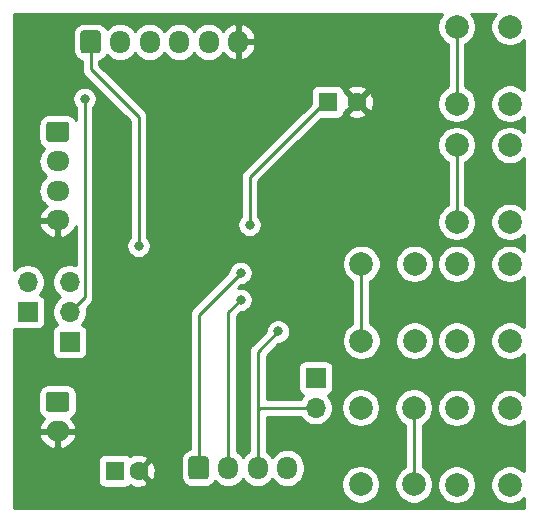
<source format=gbl>
G04 #@! TF.GenerationSoftware,KiCad,Pcbnew,5.1.9+dfsg1-1+deb11u1*
G04 #@! TF.CreationDate,2023-05-29T16:58:53+09:00*
G04 #@! TF.ProjectId,bluetooth_JDY-67_dev_board,626c7565-746f-46f7-9468-5f4a44592d36,rev?*
G04 #@! TF.SameCoordinates,Original*
G04 #@! TF.FileFunction,Copper,L2,Bot*
G04 #@! TF.FilePolarity,Positive*
%FSLAX46Y46*%
G04 Gerber Fmt 4.6, Leading zero omitted, Abs format (unit mm)*
G04 Created by KiCad (PCBNEW 5.1.9+dfsg1-1+deb11u1) date 2023-05-29 16:58:53*
%MOMM*%
%LPD*%
G01*
G04 APERTURE LIST*
G04 #@! TA.AperFunction,ComponentPad*
%ADD10R,1.600000X1.600000*%
G04 #@! TD*
G04 #@! TA.AperFunction,ComponentPad*
%ADD11C,1.600000*%
G04 #@! TD*
G04 #@! TA.AperFunction,ComponentPad*
%ADD12O,2.000000X1.700000*%
G04 #@! TD*
G04 #@! TA.AperFunction,ComponentPad*
%ADD13R,1.700000X1.700000*%
G04 #@! TD*
G04 #@! TA.AperFunction,ComponentPad*
%ADD14O,1.700000X1.700000*%
G04 #@! TD*
G04 #@! TA.AperFunction,ComponentPad*
%ADD15O,1.950000X1.700000*%
G04 #@! TD*
G04 #@! TA.AperFunction,ComponentPad*
%ADD16O,1.700000X1.950000*%
G04 #@! TD*
G04 #@! TA.AperFunction,ComponentPad*
%ADD17C,2.000000*%
G04 #@! TD*
G04 #@! TA.AperFunction,ViaPad*
%ADD18C,0.800000*%
G04 #@! TD*
G04 #@! TA.AperFunction,Conductor*
%ADD19C,0.250000*%
G04 #@! TD*
G04 #@! TA.AperFunction,Conductor*
%ADD20C,0.254000*%
G04 #@! TD*
G04 #@! TA.AperFunction,Conductor*
%ADD21C,0.100000*%
G04 #@! TD*
G04 APERTURE END LIST*
D10*
X106204000Y-116332000D03*
D11*
X108204000Y-116332000D03*
G04 #@! TA.AperFunction,ComponentPad*
G36*
G01*
X100596000Y-109640000D02*
X102096000Y-109640000D01*
G75*
G02*
X102346000Y-109890000I0J-250000D01*
G01*
X102346000Y-111090000D01*
G75*
G02*
X102096000Y-111340000I-250000J0D01*
G01*
X100596000Y-111340000D01*
G75*
G02*
X100346000Y-111090000I0J250000D01*
G01*
X100346000Y-109890000D01*
G75*
G02*
X100596000Y-109640000I250000J0D01*
G01*
G37*
G04 #@! TD.AperFunction*
D12*
X101346000Y-112990000D03*
D13*
X98806000Y-102870000D03*
D14*
X98806000Y-100330000D03*
G04 #@! TA.AperFunction,ComponentPad*
G36*
G01*
X100621000Y-86780000D02*
X102071000Y-86780000D01*
G75*
G02*
X102321000Y-87030000I0J-250000D01*
G01*
X102321000Y-88230000D01*
G75*
G02*
X102071000Y-88480000I-250000J0D01*
G01*
X100621000Y-88480000D01*
G75*
G02*
X100371000Y-88230000I0J250000D01*
G01*
X100371000Y-87030000D01*
G75*
G02*
X100621000Y-86780000I250000J0D01*
G01*
G37*
G04 #@! TD.AperFunction*
D15*
X101346000Y-90130000D03*
X101346000Y-92630000D03*
X101346000Y-95130000D03*
D16*
X120784000Y-116078000D03*
X118284000Y-116078000D03*
X115784000Y-116078000D03*
G04 #@! TA.AperFunction,ComponentPad*
G36*
G01*
X112434000Y-116803000D02*
X112434000Y-115353000D01*
G75*
G02*
X112684000Y-115103000I250000J0D01*
G01*
X113884000Y-115103000D01*
G75*
G02*
X114134000Y-115353000I0J-250000D01*
G01*
X114134000Y-116803000D01*
G75*
G02*
X113884000Y-117053000I-250000J0D01*
G01*
X112684000Y-117053000D01*
G75*
G02*
X112434000Y-116803000I0J250000D01*
G01*
G37*
G04 #@! TD.AperFunction*
D14*
X123190000Y-110998000D03*
D13*
X123190000Y-108458000D03*
X102362000Y-105410000D03*
D14*
X102362000Y-102870000D03*
X102362000Y-100330000D03*
G04 #@! TA.AperFunction,ComponentPad*
G36*
G01*
X103290000Y-80735000D02*
X103290000Y-79285000D01*
G75*
G02*
X103540000Y-79035000I250000J0D01*
G01*
X104740000Y-79035000D01*
G75*
G02*
X104990000Y-79285000I0J-250000D01*
G01*
X104990000Y-80735000D01*
G75*
G02*
X104740000Y-80985000I-250000J0D01*
G01*
X103540000Y-80985000D01*
G75*
G02*
X103290000Y-80735000I0J250000D01*
G01*
G37*
G04 #@! TD.AperFunction*
D16*
X106640000Y-80010000D03*
X109140000Y-80010000D03*
X111640000Y-80010000D03*
X114140000Y-80010000D03*
X116640000Y-80010000D03*
D10*
X124206000Y-85090000D03*
D11*
X126706000Y-85090000D03*
D17*
X139628000Y-95250000D03*
X135128000Y-95250000D03*
X139628000Y-88750000D03*
X135128000Y-88750000D03*
X135128000Y-110998000D03*
X139628000Y-110998000D03*
X135128000Y-117498000D03*
X139628000Y-117498000D03*
X131500000Y-117475000D03*
X127000000Y-117475000D03*
X131500000Y-110975000D03*
X127000000Y-110975000D03*
X127072000Y-98806000D03*
X131572000Y-98806000D03*
X127072000Y-105306000D03*
X131572000Y-105306000D03*
X139628000Y-105306000D03*
X135128000Y-105306000D03*
X139628000Y-98806000D03*
X135128000Y-98806000D03*
X135128000Y-78740000D03*
X139628000Y-78740000D03*
X135128000Y-85240000D03*
X139628000Y-85240000D03*
D18*
X102108000Y-81534000D03*
X103632000Y-84836000D03*
X120015000Y-104521000D03*
X116840000Y-101854000D03*
X116840000Y-99568000D03*
X108204000Y-97282000D03*
X117602000Y-95504000D03*
D19*
X103632000Y-101600000D02*
X102362000Y-102870000D01*
X103632000Y-84836000D02*
X103632000Y-101600000D01*
X118284000Y-106252000D02*
X120015000Y-104521000D01*
X118458000Y-110998000D02*
X118284000Y-111172000D01*
X123190000Y-110998000D02*
X118458000Y-110998000D01*
X118284000Y-111172000D02*
X118284000Y-106252000D01*
X118284000Y-116078000D02*
X118284000Y-111172000D01*
X115784000Y-102910000D02*
X116840000Y-101854000D01*
X115784000Y-116078000D02*
X115784000Y-102910000D01*
X113284000Y-103124000D02*
X116840000Y-99568000D01*
X113284000Y-116078000D02*
X113284000Y-103124000D01*
X108204000Y-97282000D02*
X108204000Y-86360000D01*
X104140000Y-82296000D02*
X104140000Y-80010000D01*
X108204000Y-86360000D02*
X104140000Y-82296000D01*
X117602000Y-91480000D02*
X123992000Y-85090000D01*
X117602000Y-95504000D02*
X117602000Y-91480000D01*
X131500000Y-117475000D02*
X131500000Y-110975000D01*
X135128000Y-88750000D02*
X135128000Y-95250000D01*
X127072000Y-98806000D02*
X127072000Y-105306000D01*
X135128000Y-78740000D02*
X135128000Y-85240000D01*
D20*
X133858013Y-77697748D02*
X133679082Y-77965537D01*
X133555832Y-78263088D01*
X133493000Y-78578967D01*
X133493000Y-78901033D01*
X133555832Y-79216912D01*
X133679082Y-79514463D01*
X133858013Y-79782252D01*
X134085748Y-80009987D01*
X134353537Y-80188918D01*
X134368000Y-80194909D01*
X134368001Y-83785091D01*
X134353537Y-83791082D01*
X134085748Y-83970013D01*
X133858013Y-84197748D01*
X133679082Y-84465537D01*
X133555832Y-84763088D01*
X133493000Y-85078967D01*
X133493000Y-85401033D01*
X133555832Y-85716912D01*
X133679082Y-86014463D01*
X133858013Y-86282252D01*
X134085748Y-86509987D01*
X134353537Y-86688918D01*
X134651088Y-86812168D01*
X134966967Y-86875000D01*
X135289033Y-86875000D01*
X135604912Y-86812168D01*
X135902463Y-86688918D01*
X136170252Y-86509987D01*
X136397987Y-86282252D01*
X136576918Y-86014463D01*
X136700168Y-85716912D01*
X136763000Y-85401033D01*
X136763000Y-85078967D01*
X136700168Y-84763088D01*
X136576918Y-84465537D01*
X136397987Y-84197748D01*
X136170252Y-83970013D01*
X135902463Y-83791082D01*
X135888000Y-83785091D01*
X135888000Y-80194909D01*
X135902463Y-80188918D01*
X136170252Y-80009987D01*
X136397987Y-79782252D01*
X136576918Y-79514463D01*
X136700168Y-79216912D01*
X136763000Y-78901033D01*
X136763000Y-78578967D01*
X136700168Y-78263088D01*
X136576918Y-77965537D01*
X136397987Y-77697748D01*
X136322239Y-77622000D01*
X138433761Y-77622000D01*
X138358013Y-77697748D01*
X138179082Y-77965537D01*
X138055832Y-78263088D01*
X137993000Y-78578967D01*
X137993000Y-78901033D01*
X138055832Y-79216912D01*
X138179082Y-79514463D01*
X138358013Y-79782252D01*
X138585748Y-80009987D01*
X138853537Y-80188918D01*
X139151088Y-80312168D01*
X139466967Y-80375000D01*
X139789033Y-80375000D01*
X140104912Y-80312168D01*
X140402463Y-80188918D01*
X140670252Y-80009987D01*
X140818000Y-79862239D01*
X140818000Y-84117761D01*
X140670252Y-83970013D01*
X140402463Y-83791082D01*
X140104912Y-83667832D01*
X139789033Y-83605000D01*
X139466967Y-83605000D01*
X139151088Y-83667832D01*
X138853537Y-83791082D01*
X138585748Y-83970013D01*
X138358013Y-84197748D01*
X138179082Y-84465537D01*
X138055832Y-84763088D01*
X137993000Y-85078967D01*
X137993000Y-85401033D01*
X138055832Y-85716912D01*
X138179082Y-86014463D01*
X138358013Y-86282252D01*
X138585748Y-86509987D01*
X138853537Y-86688918D01*
X139151088Y-86812168D01*
X139466967Y-86875000D01*
X139789033Y-86875000D01*
X140104912Y-86812168D01*
X140402463Y-86688918D01*
X140670252Y-86509987D01*
X140818000Y-86362239D01*
X140818000Y-87627761D01*
X140670252Y-87480013D01*
X140402463Y-87301082D01*
X140104912Y-87177832D01*
X139789033Y-87115000D01*
X139466967Y-87115000D01*
X139151088Y-87177832D01*
X138853537Y-87301082D01*
X138585748Y-87480013D01*
X138358013Y-87707748D01*
X138179082Y-87975537D01*
X138055832Y-88273088D01*
X137993000Y-88588967D01*
X137993000Y-88911033D01*
X138055832Y-89226912D01*
X138179082Y-89524463D01*
X138358013Y-89792252D01*
X138585748Y-90019987D01*
X138853537Y-90198918D01*
X139151088Y-90322168D01*
X139466967Y-90385000D01*
X139789033Y-90385000D01*
X140104912Y-90322168D01*
X140402463Y-90198918D01*
X140670252Y-90019987D01*
X140818000Y-89872239D01*
X140818000Y-94127761D01*
X140670252Y-93980013D01*
X140402463Y-93801082D01*
X140104912Y-93677832D01*
X139789033Y-93615000D01*
X139466967Y-93615000D01*
X139151088Y-93677832D01*
X138853537Y-93801082D01*
X138585748Y-93980013D01*
X138358013Y-94207748D01*
X138179082Y-94475537D01*
X138055832Y-94773088D01*
X137993000Y-95088967D01*
X137993000Y-95411033D01*
X138055832Y-95726912D01*
X138179082Y-96024463D01*
X138358013Y-96292252D01*
X138585748Y-96519987D01*
X138853537Y-96698918D01*
X139151088Y-96822168D01*
X139466967Y-96885000D01*
X139789033Y-96885000D01*
X140104912Y-96822168D01*
X140402463Y-96698918D01*
X140670252Y-96519987D01*
X140818000Y-96372239D01*
X140818000Y-97683761D01*
X140670252Y-97536013D01*
X140402463Y-97357082D01*
X140104912Y-97233832D01*
X139789033Y-97171000D01*
X139466967Y-97171000D01*
X139151088Y-97233832D01*
X138853537Y-97357082D01*
X138585748Y-97536013D01*
X138358013Y-97763748D01*
X138179082Y-98031537D01*
X138055832Y-98329088D01*
X137993000Y-98644967D01*
X137993000Y-98967033D01*
X138055832Y-99282912D01*
X138179082Y-99580463D01*
X138358013Y-99848252D01*
X138585748Y-100075987D01*
X138853537Y-100254918D01*
X139151088Y-100378168D01*
X139466967Y-100441000D01*
X139789033Y-100441000D01*
X140104912Y-100378168D01*
X140402463Y-100254918D01*
X140670252Y-100075987D01*
X140818001Y-99928238D01*
X140818001Y-104183762D01*
X140670252Y-104036013D01*
X140402463Y-103857082D01*
X140104912Y-103733832D01*
X139789033Y-103671000D01*
X139466967Y-103671000D01*
X139151088Y-103733832D01*
X138853537Y-103857082D01*
X138585748Y-104036013D01*
X138358013Y-104263748D01*
X138179082Y-104531537D01*
X138055832Y-104829088D01*
X137993000Y-105144967D01*
X137993000Y-105467033D01*
X138055832Y-105782912D01*
X138179082Y-106080463D01*
X138358013Y-106348252D01*
X138585748Y-106575987D01*
X138853537Y-106754918D01*
X139151088Y-106878168D01*
X139466967Y-106941000D01*
X139789033Y-106941000D01*
X140104912Y-106878168D01*
X140402463Y-106754918D01*
X140670252Y-106575987D01*
X140818001Y-106428238D01*
X140818001Y-109875762D01*
X140670252Y-109728013D01*
X140402463Y-109549082D01*
X140104912Y-109425832D01*
X139789033Y-109363000D01*
X139466967Y-109363000D01*
X139151088Y-109425832D01*
X138853537Y-109549082D01*
X138585748Y-109728013D01*
X138358013Y-109955748D01*
X138179082Y-110223537D01*
X138055832Y-110521088D01*
X137993000Y-110836967D01*
X137993000Y-111159033D01*
X138055832Y-111474912D01*
X138179082Y-111772463D01*
X138358013Y-112040252D01*
X138585748Y-112267987D01*
X138853537Y-112446918D01*
X139151088Y-112570168D01*
X139466967Y-112633000D01*
X139789033Y-112633000D01*
X140104912Y-112570168D01*
X140402463Y-112446918D01*
X140670252Y-112267987D01*
X140818001Y-112120238D01*
X140818001Y-116375762D01*
X140670252Y-116228013D01*
X140402463Y-116049082D01*
X140104912Y-115925832D01*
X139789033Y-115863000D01*
X139466967Y-115863000D01*
X139151088Y-115925832D01*
X138853537Y-116049082D01*
X138585748Y-116228013D01*
X138358013Y-116455748D01*
X138179082Y-116723537D01*
X138055832Y-117021088D01*
X137993000Y-117336967D01*
X137993000Y-117659033D01*
X138055832Y-117974912D01*
X138179082Y-118272463D01*
X138358013Y-118540252D01*
X138585748Y-118767987D01*
X138853537Y-118946918D01*
X139151088Y-119070168D01*
X139466967Y-119133000D01*
X139789033Y-119133000D01*
X140104912Y-119070168D01*
X140402463Y-118946918D01*
X140670252Y-118767987D01*
X140818001Y-118620238D01*
X140818001Y-119482000D01*
X97688000Y-119482000D01*
X97688000Y-115532000D01*
X104765928Y-115532000D01*
X104765928Y-117132000D01*
X104778188Y-117256482D01*
X104814498Y-117376180D01*
X104873463Y-117486494D01*
X104952815Y-117583185D01*
X105049506Y-117662537D01*
X105159820Y-117721502D01*
X105279518Y-117757812D01*
X105404000Y-117770072D01*
X107004000Y-117770072D01*
X107128482Y-117757812D01*
X107248180Y-117721502D01*
X107358494Y-117662537D01*
X107455185Y-117583185D01*
X107465807Y-117570242D01*
X107717996Y-117689571D01*
X107992184Y-117758300D01*
X108274512Y-117772217D01*
X108554130Y-117730787D01*
X108820292Y-117635603D01*
X108945514Y-117568671D01*
X109017097Y-117324702D01*
X108204000Y-116511605D01*
X108189858Y-116525748D01*
X108010253Y-116346143D01*
X108024395Y-116332000D01*
X108383605Y-116332000D01*
X109196702Y-117145097D01*
X109440671Y-117073514D01*
X109561571Y-116818004D01*
X109630300Y-116543816D01*
X109644217Y-116261488D01*
X109602787Y-115981870D01*
X109507603Y-115715708D01*
X109440671Y-115590486D01*
X109196702Y-115518903D01*
X108383605Y-116332000D01*
X108024395Y-116332000D01*
X108010253Y-116317858D01*
X108189858Y-116138253D01*
X108204000Y-116152395D01*
X109003395Y-115353000D01*
X111795928Y-115353000D01*
X111795928Y-116803000D01*
X111812992Y-116976254D01*
X111863528Y-117142850D01*
X111945595Y-117296386D01*
X112056038Y-117430962D01*
X112190614Y-117541405D01*
X112344150Y-117623472D01*
X112510746Y-117674008D01*
X112684000Y-117691072D01*
X113884000Y-117691072D01*
X114057254Y-117674008D01*
X114223850Y-117623472D01*
X114377386Y-117541405D01*
X114511962Y-117430962D01*
X114622405Y-117296386D01*
X114676777Y-117194663D01*
X114728866Y-117258134D01*
X114954987Y-117443706D01*
X115212967Y-117581599D01*
X115492890Y-117666513D01*
X115784000Y-117695185D01*
X116075111Y-117666513D01*
X116355034Y-117581599D01*
X116613014Y-117443706D01*
X116839134Y-117258134D01*
X117024706Y-117032014D01*
X117034000Y-117014626D01*
X117043294Y-117032014D01*
X117228866Y-117258134D01*
X117454987Y-117443706D01*
X117712967Y-117581599D01*
X117992890Y-117666513D01*
X118284000Y-117695185D01*
X118575111Y-117666513D01*
X118855034Y-117581599D01*
X119113014Y-117443706D01*
X119339134Y-117258134D01*
X119524706Y-117032014D01*
X119534000Y-117014626D01*
X119543294Y-117032014D01*
X119728866Y-117258134D01*
X119954987Y-117443706D01*
X120212967Y-117581599D01*
X120492890Y-117666513D01*
X120784000Y-117695185D01*
X121075111Y-117666513D01*
X121355034Y-117581599D01*
X121613014Y-117443706D01*
X121771101Y-117313967D01*
X125365000Y-117313967D01*
X125365000Y-117636033D01*
X125427832Y-117951912D01*
X125551082Y-118249463D01*
X125730013Y-118517252D01*
X125957748Y-118744987D01*
X126225537Y-118923918D01*
X126523088Y-119047168D01*
X126838967Y-119110000D01*
X127161033Y-119110000D01*
X127476912Y-119047168D01*
X127774463Y-118923918D01*
X128042252Y-118744987D01*
X128269987Y-118517252D01*
X128448918Y-118249463D01*
X128572168Y-117951912D01*
X128635000Y-117636033D01*
X128635000Y-117313967D01*
X128572168Y-116998088D01*
X128448918Y-116700537D01*
X128269987Y-116432748D01*
X128042252Y-116205013D01*
X127774463Y-116026082D01*
X127476912Y-115902832D01*
X127161033Y-115840000D01*
X126838967Y-115840000D01*
X126523088Y-115902832D01*
X126225537Y-116026082D01*
X125957748Y-116205013D01*
X125730013Y-116432748D01*
X125551082Y-116700537D01*
X125427832Y-116998088D01*
X125365000Y-117313967D01*
X121771101Y-117313967D01*
X121839134Y-117258134D01*
X122024706Y-117032014D01*
X122162599Y-116774033D01*
X122247513Y-116494110D01*
X122269000Y-116275949D01*
X122269000Y-115880050D01*
X122247513Y-115661889D01*
X122162599Y-115381966D01*
X122024706Y-115123986D01*
X121839134Y-114897866D01*
X121613013Y-114712294D01*
X121355033Y-114574401D01*
X121075110Y-114489487D01*
X120784000Y-114460815D01*
X120492889Y-114489487D01*
X120212966Y-114574401D01*
X119954986Y-114712294D01*
X119728866Y-114897866D01*
X119543294Y-115123987D01*
X119534000Y-115141374D01*
X119524706Y-115123986D01*
X119339134Y-114897866D01*
X119113013Y-114712294D01*
X119044000Y-114675406D01*
X119044000Y-111758000D01*
X121911822Y-111758000D01*
X122036525Y-111944632D01*
X122243368Y-112151475D01*
X122486589Y-112313990D01*
X122756842Y-112425932D01*
X123043740Y-112483000D01*
X123336260Y-112483000D01*
X123623158Y-112425932D01*
X123893411Y-112313990D01*
X124136632Y-112151475D01*
X124343475Y-111944632D01*
X124505990Y-111701411D01*
X124617932Y-111431158D01*
X124675000Y-111144260D01*
X124675000Y-110851740D01*
X124667487Y-110813967D01*
X125365000Y-110813967D01*
X125365000Y-111136033D01*
X125427832Y-111451912D01*
X125551082Y-111749463D01*
X125730013Y-112017252D01*
X125957748Y-112244987D01*
X126225537Y-112423918D01*
X126523088Y-112547168D01*
X126838967Y-112610000D01*
X127161033Y-112610000D01*
X127476912Y-112547168D01*
X127774463Y-112423918D01*
X128042252Y-112244987D01*
X128269987Y-112017252D01*
X128448918Y-111749463D01*
X128572168Y-111451912D01*
X128635000Y-111136033D01*
X128635000Y-110813967D01*
X129865000Y-110813967D01*
X129865000Y-111136033D01*
X129927832Y-111451912D01*
X130051082Y-111749463D01*
X130230013Y-112017252D01*
X130457748Y-112244987D01*
X130725537Y-112423918D01*
X130740001Y-112429909D01*
X130740000Y-116020091D01*
X130725537Y-116026082D01*
X130457748Y-116205013D01*
X130230013Y-116432748D01*
X130051082Y-116700537D01*
X129927832Y-116998088D01*
X129865000Y-117313967D01*
X129865000Y-117636033D01*
X129927832Y-117951912D01*
X130051082Y-118249463D01*
X130230013Y-118517252D01*
X130457748Y-118744987D01*
X130725537Y-118923918D01*
X131023088Y-119047168D01*
X131338967Y-119110000D01*
X131661033Y-119110000D01*
X131976912Y-119047168D01*
X132274463Y-118923918D01*
X132542252Y-118744987D01*
X132769987Y-118517252D01*
X132948918Y-118249463D01*
X133072168Y-117951912D01*
X133135000Y-117636033D01*
X133135000Y-117336967D01*
X133493000Y-117336967D01*
X133493000Y-117659033D01*
X133555832Y-117974912D01*
X133679082Y-118272463D01*
X133858013Y-118540252D01*
X134085748Y-118767987D01*
X134353537Y-118946918D01*
X134651088Y-119070168D01*
X134966967Y-119133000D01*
X135289033Y-119133000D01*
X135604912Y-119070168D01*
X135902463Y-118946918D01*
X136170252Y-118767987D01*
X136397987Y-118540252D01*
X136576918Y-118272463D01*
X136700168Y-117974912D01*
X136763000Y-117659033D01*
X136763000Y-117336967D01*
X136700168Y-117021088D01*
X136576918Y-116723537D01*
X136397987Y-116455748D01*
X136170252Y-116228013D01*
X135902463Y-116049082D01*
X135604912Y-115925832D01*
X135289033Y-115863000D01*
X134966967Y-115863000D01*
X134651088Y-115925832D01*
X134353537Y-116049082D01*
X134085748Y-116228013D01*
X133858013Y-116455748D01*
X133679082Y-116723537D01*
X133555832Y-117021088D01*
X133493000Y-117336967D01*
X133135000Y-117336967D01*
X133135000Y-117313967D01*
X133072168Y-116998088D01*
X132948918Y-116700537D01*
X132769987Y-116432748D01*
X132542252Y-116205013D01*
X132274463Y-116026082D01*
X132260000Y-116020091D01*
X132260000Y-112429909D01*
X132274463Y-112423918D01*
X132542252Y-112244987D01*
X132769987Y-112017252D01*
X132948918Y-111749463D01*
X133072168Y-111451912D01*
X133135000Y-111136033D01*
X133135000Y-110836967D01*
X133493000Y-110836967D01*
X133493000Y-111159033D01*
X133555832Y-111474912D01*
X133679082Y-111772463D01*
X133858013Y-112040252D01*
X134085748Y-112267987D01*
X134353537Y-112446918D01*
X134651088Y-112570168D01*
X134966967Y-112633000D01*
X135289033Y-112633000D01*
X135604912Y-112570168D01*
X135902463Y-112446918D01*
X136170252Y-112267987D01*
X136397987Y-112040252D01*
X136576918Y-111772463D01*
X136700168Y-111474912D01*
X136763000Y-111159033D01*
X136763000Y-110836967D01*
X136700168Y-110521088D01*
X136576918Y-110223537D01*
X136397987Y-109955748D01*
X136170252Y-109728013D01*
X135902463Y-109549082D01*
X135604912Y-109425832D01*
X135289033Y-109363000D01*
X134966967Y-109363000D01*
X134651088Y-109425832D01*
X134353537Y-109549082D01*
X134085748Y-109728013D01*
X133858013Y-109955748D01*
X133679082Y-110223537D01*
X133555832Y-110521088D01*
X133493000Y-110836967D01*
X133135000Y-110836967D01*
X133135000Y-110813967D01*
X133072168Y-110498088D01*
X132948918Y-110200537D01*
X132769987Y-109932748D01*
X132542252Y-109705013D01*
X132274463Y-109526082D01*
X131976912Y-109402832D01*
X131661033Y-109340000D01*
X131338967Y-109340000D01*
X131023088Y-109402832D01*
X130725537Y-109526082D01*
X130457748Y-109705013D01*
X130230013Y-109932748D01*
X130051082Y-110200537D01*
X129927832Y-110498088D01*
X129865000Y-110813967D01*
X128635000Y-110813967D01*
X128572168Y-110498088D01*
X128448918Y-110200537D01*
X128269987Y-109932748D01*
X128042252Y-109705013D01*
X127774463Y-109526082D01*
X127476912Y-109402832D01*
X127161033Y-109340000D01*
X126838967Y-109340000D01*
X126523088Y-109402832D01*
X126225537Y-109526082D01*
X125957748Y-109705013D01*
X125730013Y-109932748D01*
X125551082Y-110200537D01*
X125427832Y-110498088D01*
X125365000Y-110813967D01*
X124667487Y-110813967D01*
X124617932Y-110564842D01*
X124505990Y-110294589D01*
X124343475Y-110051368D01*
X124211620Y-109919513D01*
X124284180Y-109897502D01*
X124394494Y-109838537D01*
X124491185Y-109759185D01*
X124570537Y-109662494D01*
X124629502Y-109552180D01*
X124665812Y-109432482D01*
X124678072Y-109308000D01*
X124678072Y-107608000D01*
X124665812Y-107483518D01*
X124629502Y-107363820D01*
X124570537Y-107253506D01*
X124491185Y-107156815D01*
X124394494Y-107077463D01*
X124284180Y-107018498D01*
X124164482Y-106982188D01*
X124040000Y-106969928D01*
X122340000Y-106969928D01*
X122215518Y-106982188D01*
X122095820Y-107018498D01*
X121985506Y-107077463D01*
X121888815Y-107156815D01*
X121809463Y-107253506D01*
X121750498Y-107363820D01*
X121714188Y-107483518D01*
X121701928Y-107608000D01*
X121701928Y-109308000D01*
X121714188Y-109432482D01*
X121750498Y-109552180D01*
X121809463Y-109662494D01*
X121888815Y-109759185D01*
X121985506Y-109838537D01*
X122095820Y-109897502D01*
X122168380Y-109919513D01*
X122036525Y-110051368D01*
X121911822Y-110238000D01*
X119044000Y-110238000D01*
X119044000Y-106566801D01*
X120054802Y-105556000D01*
X120116939Y-105556000D01*
X120316898Y-105516226D01*
X120505256Y-105438205D01*
X120674774Y-105324937D01*
X120818937Y-105180774D01*
X120932205Y-105011256D01*
X121010226Y-104822898D01*
X121050000Y-104622939D01*
X121050000Y-104419061D01*
X121010226Y-104219102D01*
X120932205Y-104030744D01*
X120818937Y-103861226D01*
X120674774Y-103717063D01*
X120505256Y-103603795D01*
X120316898Y-103525774D01*
X120116939Y-103486000D01*
X119913061Y-103486000D01*
X119713102Y-103525774D01*
X119524744Y-103603795D01*
X119355226Y-103717063D01*
X119211063Y-103861226D01*
X119097795Y-104030744D01*
X119019774Y-104219102D01*
X118980000Y-104419061D01*
X118980000Y-104481198D01*
X117772998Y-105688201D01*
X117744000Y-105711999D01*
X117720202Y-105740997D01*
X117720201Y-105740998D01*
X117649026Y-105827724D01*
X117578454Y-105959754D01*
X117562744Y-106011546D01*
X117545111Y-106069677D01*
X117534998Y-106103015D01*
X117520324Y-106252000D01*
X117524001Y-106289332D01*
X117524000Y-111134677D01*
X117520324Y-111172000D01*
X117524000Y-111209322D01*
X117524000Y-111209332D01*
X117524001Y-111209342D01*
X117524000Y-114675405D01*
X117454986Y-114712294D01*
X117228866Y-114897866D01*
X117043294Y-115123987D01*
X117034000Y-115141374D01*
X117024706Y-115123986D01*
X116839134Y-114897866D01*
X116613013Y-114712294D01*
X116544000Y-114675406D01*
X116544000Y-103224801D01*
X116879802Y-102889000D01*
X116941939Y-102889000D01*
X117141898Y-102849226D01*
X117330256Y-102771205D01*
X117499774Y-102657937D01*
X117643937Y-102513774D01*
X117757205Y-102344256D01*
X117835226Y-102155898D01*
X117875000Y-101955939D01*
X117875000Y-101752061D01*
X117835226Y-101552102D01*
X117757205Y-101363744D01*
X117643937Y-101194226D01*
X117499774Y-101050063D01*
X117330256Y-100936795D01*
X117141898Y-100858774D01*
X116941939Y-100819000D01*
X116738061Y-100819000D01*
X116645364Y-100837438D01*
X116879803Y-100603000D01*
X116941939Y-100603000D01*
X117141898Y-100563226D01*
X117330256Y-100485205D01*
X117499774Y-100371937D01*
X117643937Y-100227774D01*
X117757205Y-100058256D01*
X117835226Y-99869898D01*
X117875000Y-99669939D01*
X117875000Y-99466061D01*
X117835226Y-99266102D01*
X117757205Y-99077744D01*
X117643937Y-98908226D01*
X117499774Y-98764063D01*
X117330256Y-98650795D01*
X117316187Y-98644967D01*
X125437000Y-98644967D01*
X125437000Y-98967033D01*
X125499832Y-99282912D01*
X125623082Y-99580463D01*
X125802013Y-99848252D01*
X126029748Y-100075987D01*
X126297537Y-100254918D01*
X126312000Y-100260909D01*
X126312001Y-103851091D01*
X126297537Y-103857082D01*
X126029748Y-104036013D01*
X125802013Y-104263748D01*
X125623082Y-104531537D01*
X125499832Y-104829088D01*
X125437000Y-105144967D01*
X125437000Y-105467033D01*
X125499832Y-105782912D01*
X125623082Y-106080463D01*
X125802013Y-106348252D01*
X126029748Y-106575987D01*
X126297537Y-106754918D01*
X126595088Y-106878168D01*
X126910967Y-106941000D01*
X127233033Y-106941000D01*
X127548912Y-106878168D01*
X127846463Y-106754918D01*
X128114252Y-106575987D01*
X128341987Y-106348252D01*
X128520918Y-106080463D01*
X128644168Y-105782912D01*
X128707000Y-105467033D01*
X128707000Y-105144967D01*
X129937000Y-105144967D01*
X129937000Y-105467033D01*
X129999832Y-105782912D01*
X130123082Y-106080463D01*
X130302013Y-106348252D01*
X130529748Y-106575987D01*
X130797537Y-106754918D01*
X131095088Y-106878168D01*
X131410967Y-106941000D01*
X131733033Y-106941000D01*
X132048912Y-106878168D01*
X132346463Y-106754918D01*
X132614252Y-106575987D01*
X132841987Y-106348252D01*
X133020918Y-106080463D01*
X133144168Y-105782912D01*
X133207000Y-105467033D01*
X133207000Y-105144967D01*
X133493000Y-105144967D01*
X133493000Y-105467033D01*
X133555832Y-105782912D01*
X133679082Y-106080463D01*
X133858013Y-106348252D01*
X134085748Y-106575987D01*
X134353537Y-106754918D01*
X134651088Y-106878168D01*
X134966967Y-106941000D01*
X135289033Y-106941000D01*
X135604912Y-106878168D01*
X135902463Y-106754918D01*
X136170252Y-106575987D01*
X136397987Y-106348252D01*
X136576918Y-106080463D01*
X136700168Y-105782912D01*
X136763000Y-105467033D01*
X136763000Y-105144967D01*
X136700168Y-104829088D01*
X136576918Y-104531537D01*
X136397987Y-104263748D01*
X136170252Y-104036013D01*
X135902463Y-103857082D01*
X135604912Y-103733832D01*
X135289033Y-103671000D01*
X134966967Y-103671000D01*
X134651088Y-103733832D01*
X134353537Y-103857082D01*
X134085748Y-104036013D01*
X133858013Y-104263748D01*
X133679082Y-104531537D01*
X133555832Y-104829088D01*
X133493000Y-105144967D01*
X133207000Y-105144967D01*
X133144168Y-104829088D01*
X133020918Y-104531537D01*
X132841987Y-104263748D01*
X132614252Y-104036013D01*
X132346463Y-103857082D01*
X132048912Y-103733832D01*
X131733033Y-103671000D01*
X131410967Y-103671000D01*
X131095088Y-103733832D01*
X130797537Y-103857082D01*
X130529748Y-104036013D01*
X130302013Y-104263748D01*
X130123082Y-104531537D01*
X129999832Y-104829088D01*
X129937000Y-105144967D01*
X128707000Y-105144967D01*
X128644168Y-104829088D01*
X128520918Y-104531537D01*
X128341987Y-104263748D01*
X128114252Y-104036013D01*
X127846463Y-103857082D01*
X127832000Y-103851091D01*
X127832000Y-100260909D01*
X127846463Y-100254918D01*
X128114252Y-100075987D01*
X128341987Y-99848252D01*
X128520918Y-99580463D01*
X128644168Y-99282912D01*
X128707000Y-98967033D01*
X128707000Y-98644967D01*
X129937000Y-98644967D01*
X129937000Y-98967033D01*
X129999832Y-99282912D01*
X130123082Y-99580463D01*
X130302013Y-99848252D01*
X130529748Y-100075987D01*
X130797537Y-100254918D01*
X131095088Y-100378168D01*
X131410967Y-100441000D01*
X131733033Y-100441000D01*
X132048912Y-100378168D01*
X132346463Y-100254918D01*
X132614252Y-100075987D01*
X132841987Y-99848252D01*
X133020918Y-99580463D01*
X133144168Y-99282912D01*
X133207000Y-98967033D01*
X133207000Y-98644967D01*
X133493000Y-98644967D01*
X133493000Y-98967033D01*
X133555832Y-99282912D01*
X133679082Y-99580463D01*
X133858013Y-99848252D01*
X134085748Y-100075987D01*
X134353537Y-100254918D01*
X134651088Y-100378168D01*
X134966967Y-100441000D01*
X135289033Y-100441000D01*
X135604912Y-100378168D01*
X135902463Y-100254918D01*
X136170252Y-100075987D01*
X136397987Y-99848252D01*
X136576918Y-99580463D01*
X136700168Y-99282912D01*
X136763000Y-98967033D01*
X136763000Y-98644967D01*
X136700168Y-98329088D01*
X136576918Y-98031537D01*
X136397987Y-97763748D01*
X136170252Y-97536013D01*
X135902463Y-97357082D01*
X135604912Y-97233832D01*
X135289033Y-97171000D01*
X134966967Y-97171000D01*
X134651088Y-97233832D01*
X134353537Y-97357082D01*
X134085748Y-97536013D01*
X133858013Y-97763748D01*
X133679082Y-98031537D01*
X133555832Y-98329088D01*
X133493000Y-98644967D01*
X133207000Y-98644967D01*
X133144168Y-98329088D01*
X133020918Y-98031537D01*
X132841987Y-97763748D01*
X132614252Y-97536013D01*
X132346463Y-97357082D01*
X132048912Y-97233832D01*
X131733033Y-97171000D01*
X131410967Y-97171000D01*
X131095088Y-97233832D01*
X130797537Y-97357082D01*
X130529748Y-97536013D01*
X130302013Y-97763748D01*
X130123082Y-98031537D01*
X129999832Y-98329088D01*
X129937000Y-98644967D01*
X128707000Y-98644967D01*
X128644168Y-98329088D01*
X128520918Y-98031537D01*
X128341987Y-97763748D01*
X128114252Y-97536013D01*
X127846463Y-97357082D01*
X127548912Y-97233832D01*
X127233033Y-97171000D01*
X126910967Y-97171000D01*
X126595088Y-97233832D01*
X126297537Y-97357082D01*
X126029748Y-97536013D01*
X125802013Y-97763748D01*
X125623082Y-98031537D01*
X125499832Y-98329088D01*
X125437000Y-98644967D01*
X117316187Y-98644967D01*
X117141898Y-98572774D01*
X116941939Y-98533000D01*
X116738061Y-98533000D01*
X116538102Y-98572774D01*
X116349744Y-98650795D01*
X116180226Y-98764063D01*
X116036063Y-98908226D01*
X115922795Y-99077744D01*
X115844774Y-99266102D01*
X115805000Y-99466061D01*
X115805000Y-99528197D01*
X112772998Y-102560201D01*
X112744000Y-102583999D01*
X112720202Y-102612997D01*
X112720201Y-102612998D01*
X112649026Y-102699724D01*
X112578454Y-102831754D01*
X112554719Y-102910000D01*
X112534998Y-102975014D01*
X112524001Y-103086667D01*
X112520324Y-103124000D01*
X112524001Y-103161332D01*
X112524000Y-114480687D01*
X112510746Y-114481992D01*
X112344150Y-114532528D01*
X112190614Y-114614595D01*
X112056038Y-114725038D01*
X111945595Y-114859614D01*
X111863528Y-115013150D01*
X111812992Y-115179746D01*
X111795928Y-115353000D01*
X109003395Y-115353000D01*
X109017097Y-115339298D01*
X108945514Y-115095329D01*
X108690004Y-114974429D01*
X108415816Y-114905700D01*
X108133488Y-114891783D01*
X107853870Y-114933213D01*
X107587708Y-115028397D01*
X107465691Y-115093616D01*
X107455185Y-115080815D01*
X107358494Y-115001463D01*
X107248180Y-114942498D01*
X107128482Y-114906188D01*
X107004000Y-114893928D01*
X105404000Y-114893928D01*
X105279518Y-114906188D01*
X105159820Y-114942498D01*
X105049506Y-115001463D01*
X104952815Y-115080815D01*
X104873463Y-115177506D01*
X104814498Y-115287820D01*
X104778188Y-115407518D01*
X104765928Y-115532000D01*
X97688000Y-115532000D01*
X97688000Y-113346890D01*
X99754524Y-113346890D01*
X99756446Y-113359261D01*
X99856146Y-113633009D01*
X100007336Y-113882046D01*
X100204205Y-114096802D01*
X100439188Y-114269025D01*
X100703255Y-114392096D01*
X100986258Y-114461285D01*
X101219000Y-114317232D01*
X101219000Y-113117000D01*
X101473000Y-113117000D01*
X101473000Y-114317232D01*
X101705742Y-114461285D01*
X101988745Y-114392096D01*
X102252812Y-114269025D01*
X102487795Y-114096802D01*
X102684664Y-113882046D01*
X102835854Y-113633009D01*
X102935554Y-113359261D01*
X102937476Y-113346890D01*
X102816155Y-113117000D01*
X101473000Y-113117000D01*
X101219000Y-113117000D01*
X99875845Y-113117000D01*
X99754524Y-113346890D01*
X97688000Y-113346890D01*
X97688000Y-109890000D01*
X99707928Y-109890000D01*
X99707928Y-111090000D01*
X99724992Y-111263254D01*
X99775528Y-111429850D01*
X99857595Y-111583386D01*
X99968038Y-111717962D01*
X100102614Y-111828405D01*
X100204593Y-111882914D01*
X100204205Y-111883198D01*
X100007336Y-112097954D01*
X99856146Y-112346991D01*
X99756446Y-112620739D01*
X99754524Y-112633110D01*
X99875845Y-112863000D01*
X101219000Y-112863000D01*
X101219000Y-112843000D01*
X101473000Y-112843000D01*
X101473000Y-112863000D01*
X102816155Y-112863000D01*
X102937476Y-112633110D01*
X102935554Y-112620739D01*
X102835854Y-112346991D01*
X102684664Y-112097954D01*
X102487795Y-111883198D01*
X102487407Y-111882914D01*
X102589386Y-111828405D01*
X102723962Y-111717962D01*
X102834405Y-111583386D01*
X102916472Y-111429850D01*
X102967008Y-111263254D01*
X102984072Y-111090000D01*
X102984072Y-109890000D01*
X102967008Y-109716746D01*
X102916472Y-109550150D01*
X102834405Y-109396614D01*
X102723962Y-109262038D01*
X102589386Y-109151595D01*
X102435850Y-109069528D01*
X102269254Y-109018992D01*
X102096000Y-109001928D01*
X100596000Y-109001928D01*
X100422746Y-109018992D01*
X100256150Y-109069528D01*
X100102614Y-109151595D01*
X99968038Y-109262038D01*
X99857595Y-109396614D01*
X99775528Y-109550150D01*
X99724992Y-109716746D01*
X99707928Y-109890000D01*
X97688000Y-109890000D01*
X97688000Y-104296770D01*
X97711820Y-104309502D01*
X97831518Y-104345812D01*
X97956000Y-104358072D01*
X99656000Y-104358072D01*
X99780482Y-104345812D01*
X99900180Y-104309502D01*
X100010494Y-104250537D01*
X100107185Y-104171185D01*
X100186537Y-104074494D01*
X100245502Y-103964180D01*
X100281812Y-103844482D01*
X100294072Y-103720000D01*
X100294072Y-102020000D01*
X100281812Y-101895518D01*
X100245502Y-101775820D01*
X100186537Y-101665506D01*
X100107185Y-101568815D01*
X100010494Y-101489463D01*
X99900180Y-101430498D01*
X99827620Y-101408487D01*
X99959475Y-101276632D01*
X100121990Y-101033411D01*
X100233932Y-100763158D01*
X100291000Y-100476260D01*
X100291000Y-100183740D01*
X100233932Y-99896842D01*
X100121990Y-99626589D01*
X99959475Y-99383368D01*
X99752632Y-99176525D01*
X99509411Y-99014010D01*
X99239158Y-98902068D01*
X98952260Y-98845000D01*
X98659740Y-98845000D01*
X98372842Y-98902068D01*
X98102589Y-99014010D01*
X97859368Y-99176525D01*
X97688000Y-99347893D01*
X97688000Y-95486890D01*
X99779524Y-95486890D01*
X99871648Y-95749858D01*
X100018504Y-96001193D01*
X100211571Y-96219049D01*
X100443430Y-96395053D01*
X100705170Y-96522442D01*
X100986733Y-96596320D01*
X101219000Y-96456165D01*
X101219000Y-95257000D01*
X99900845Y-95257000D01*
X99779524Y-95486890D01*
X97688000Y-95486890D01*
X97688000Y-90130000D01*
X99728815Y-90130000D01*
X99757487Y-90421111D01*
X99842401Y-90701034D01*
X99980294Y-90959014D01*
X100165866Y-91185134D01*
X100391986Y-91370706D01*
X100409374Y-91380000D01*
X100391986Y-91389294D01*
X100165866Y-91574866D01*
X99980294Y-91800986D01*
X99842401Y-92058966D01*
X99757487Y-92338889D01*
X99728815Y-92630000D01*
X99757487Y-92921111D01*
X99842401Y-93201034D01*
X99980294Y-93459014D01*
X100165866Y-93685134D01*
X100391986Y-93870706D01*
X100417722Y-93884462D01*
X100211571Y-94040951D01*
X100018504Y-94258807D01*
X99871648Y-94510142D01*
X99779524Y-94773110D01*
X99900845Y-95003000D01*
X101219000Y-95003000D01*
X101219000Y-94983000D01*
X101473000Y-94983000D01*
X101473000Y-95003000D01*
X101493000Y-95003000D01*
X101493000Y-95257000D01*
X101473000Y-95257000D01*
X101473000Y-96456165D01*
X101705267Y-96596320D01*
X101986830Y-96522442D01*
X102248570Y-96395053D01*
X102480429Y-96219049D01*
X102673496Y-96001193D01*
X102820352Y-95749858D01*
X102872001Y-95602427D01*
X102872001Y-98933897D01*
X102795158Y-98902068D01*
X102508260Y-98845000D01*
X102215740Y-98845000D01*
X101928842Y-98902068D01*
X101658589Y-99014010D01*
X101415368Y-99176525D01*
X101208525Y-99383368D01*
X101046010Y-99626589D01*
X100934068Y-99896842D01*
X100877000Y-100183740D01*
X100877000Y-100476260D01*
X100934068Y-100763158D01*
X101046010Y-101033411D01*
X101208525Y-101276632D01*
X101415368Y-101483475D01*
X101589760Y-101600000D01*
X101415368Y-101716525D01*
X101208525Y-101923368D01*
X101046010Y-102166589D01*
X100934068Y-102436842D01*
X100877000Y-102723740D01*
X100877000Y-103016260D01*
X100934068Y-103303158D01*
X101046010Y-103573411D01*
X101208525Y-103816632D01*
X101340380Y-103948487D01*
X101267820Y-103970498D01*
X101157506Y-104029463D01*
X101060815Y-104108815D01*
X100981463Y-104205506D01*
X100922498Y-104315820D01*
X100886188Y-104435518D01*
X100873928Y-104560000D01*
X100873928Y-106260000D01*
X100886188Y-106384482D01*
X100922498Y-106504180D01*
X100981463Y-106614494D01*
X101060815Y-106711185D01*
X101157506Y-106790537D01*
X101267820Y-106849502D01*
X101387518Y-106885812D01*
X101512000Y-106898072D01*
X103212000Y-106898072D01*
X103336482Y-106885812D01*
X103456180Y-106849502D01*
X103566494Y-106790537D01*
X103663185Y-106711185D01*
X103742537Y-106614494D01*
X103801502Y-106504180D01*
X103837812Y-106384482D01*
X103850072Y-106260000D01*
X103850072Y-104560000D01*
X103837812Y-104435518D01*
X103801502Y-104315820D01*
X103742537Y-104205506D01*
X103663185Y-104108815D01*
X103566494Y-104029463D01*
X103456180Y-103970498D01*
X103383620Y-103948487D01*
X103515475Y-103816632D01*
X103677990Y-103573411D01*
X103789932Y-103303158D01*
X103847000Y-103016260D01*
X103847000Y-102723740D01*
X103803210Y-102503592D01*
X104143003Y-102163799D01*
X104172001Y-102140001D01*
X104266974Y-102024276D01*
X104337546Y-101892247D01*
X104381003Y-101748986D01*
X104392000Y-101637333D01*
X104392000Y-101637324D01*
X104395676Y-101600001D01*
X104392000Y-101562678D01*
X104392000Y-85539711D01*
X104435937Y-85495774D01*
X104549205Y-85326256D01*
X104627226Y-85137898D01*
X104667000Y-84937939D01*
X104667000Y-84734061D01*
X104627226Y-84534102D01*
X104549205Y-84345744D01*
X104435937Y-84176226D01*
X104291774Y-84032063D01*
X104122256Y-83918795D01*
X103933898Y-83840774D01*
X103733939Y-83801000D01*
X103530061Y-83801000D01*
X103330102Y-83840774D01*
X103141744Y-83918795D01*
X102972226Y-84032063D01*
X102828063Y-84176226D01*
X102714795Y-84345744D01*
X102636774Y-84534102D01*
X102597000Y-84734061D01*
X102597000Y-84937939D01*
X102636774Y-85137898D01*
X102714795Y-85326256D01*
X102828063Y-85495774D01*
X102872000Y-85539711D01*
X102872000Y-86653721D01*
X102809405Y-86536614D01*
X102698962Y-86402038D01*
X102564386Y-86291595D01*
X102410850Y-86209528D01*
X102244254Y-86158992D01*
X102071000Y-86141928D01*
X100621000Y-86141928D01*
X100447746Y-86158992D01*
X100281150Y-86209528D01*
X100127614Y-86291595D01*
X99993038Y-86402038D01*
X99882595Y-86536614D01*
X99800528Y-86690150D01*
X99749992Y-86856746D01*
X99732928Y-87030000D01*
X99732928Y-88230000D01*
X99749992Y-88403254D01*
X99800528Y-88569850D01*
X99882595Y-88723386D01*
X99993038Y-88857962D01*
X100127614Y-88968405D01*
X100229337Y-89022777D01*
X100165866Y-89074866D01*
X99980294Y-89300986D01*
X99842401Y-89558966D01*
X99757487Y-89838889D01*
X99728815Y-90130000D01*
X97688000Y-90130000D01*
X97688000Y-79285000D01*
X102651928Y-79285000D01*
X102651928Y-80735000D01*
X102668992Y-80908254D01*
X102719528Y-81074850D01*
X102801595Y-81228386D01*
X102912038Y-81362962D01*
X103046614Y-81473405D01*
X103200150Y-81555472D01*
X103366746Y-81606008D01*
X103380000Y-81607313D01*
X103380000Y-82258677D01*
X103376324Y-82296000D01*
X103380000Y-82333322D01*
X103380000Y-82333332D01*
X103390997Y-82444985D01*
X103434454Y-82588246D01*
X103505026Y-82720276D01*
X103544871Y-82768826D01*
X103599999Y-82836001D01*
X103629003Y-82859804D01*
X107444001Y-86674803D01*
X107444000Y-96578289D01*
X107400063Y-96622226D01*
X107286795Y-96791744D01*
X107208774Y-96980102D01*
X107169000Y-97180061D01*
X107169000Y-97383939D01*
X107208774Y-97583898D01*
X107286795Y-97772256D01*
X107400063Y-97941774D01*
X107544226Y-98085937D01*
X107713744Y-98199205D01*
X107902102Y-98277226D01*
X108102061Y-98317000D01*
X108305939Y-98317000D01*
X108505898Y-98277226D01*
X108694256Y-98199205D01*
X108863774Y-98085937D01*
X109007937Y-97941774D01*
X109121205Y-97772256D01*
X109199226Y-97583898D01*
X109239000Y-97383939D01*
X109239000Y-97180061D01*
X109199226Y-96980102D01*
X109121205Y-96791744D01*
X109007937Y-96622226D01*
X108964000Y-96578289D01*
X108964000Y-95402061D01*
X116567000Y-95402061D01*
X116567000Y-95605939D01*
X116606774Y-95805898D01*
X116684795Y-95994256D01*
X116798063Y-96163774D01*
X116942226Y-96307937D01*
X117111744Y-96421205D01*
X117300102Y-96499226D01*
X117500061Y-96539000D01*
X117703939Y-96539000D01*
X117903898Y-96499226D01*
X118092256Y-96421205D01*
X118261774Y-96307937D01*
X118405937Y-96163774D01*
X118519205Y-95994256D01*
X118597226Y-95805898D01*
X118637000Y-95605939D01*
X118637000Y-95402061D01*
X118597226Y-95202102D01*
X118519205Y-95013744D01*
X118405937Y-94844226D01*
X118362000Y-94800289D01*
X118362000Y-91794801D01*
X121567834Y-88588967D01*
X133493000Y-88588967D01*
X133493000Y-88911033D01*
X133555832Y-89226912D01*
X133679082Y-89524463D01*
X133858013Y-89792252D01*
X134085748Y-90019987D01*
X134353537Y-90198918D01*
X134368000Y-90204909D01*
X134368001Y-93795091D01*
X134353537Y-93801082D01*
X134085748Y-93980013D01*
X133858013Y-94207748D01*
X133679082Y-94475537D01*
X133555832Y-94773088D01*
X133493000Y-95088967D01*
X133493000Y-95411033D01*
X133555832Y-95726912D01*
X133679082Y-96024463D01*
X133858013Y-96292252D01*
X134085748Y-96519987D01*
X134353537Y-96698918D01*
X134651088Y-96822168D01*
X134966967Y-96885000D01*
X135289033Y-96885000D01*
X135604912Y-96822168D01*
X135902463Y-96698918D01*
X136170252Y-96519987D01*
X136397987Y-96292252D01*
X136576918Y-96024463D01*
X136700168Y-95726912D01*
X136763000Y-95411033D01*
X136763000Y-95088967D01*
X136700168Y-94773088D01*
X136576918Y-94475537D01*
X136397987Y-94207748D01*
X136170252Y-93980013D01*
X135902463Y-93801082D01*
X135888000Y-93795091D01*
X135888000Y-90204909D01*
X135902463Y-90198918D01*
X136170252Y-90019987D01*
X136397987Y-89792252D01*
X136576918Y-89524463D01*
X136700168Y-89226912D01*
X136763000Y-88911033D01*
X136763000Y-88588967D01*
X136700168Y-88273088D01*
X136576918Y-87975537D01*
X136397987Y-87707748D01*
X136170252Y-87480013D01*
X135902463Y-87301082D01*
X135604912Y-87177832D01*
X135289033Y-87115000D01*
X134966967Y-87115000D01*
X134651088Y-87177832D01*
X134353537Y-87301082D01*
X134085748Y-87480013D01*
X133858013Y-87707748D01*
X133679082Y-87975537D01*
X133555832Y-88273088D01*
X133493000Y-88588967D01*
X121567834Y-88588967D01*
X123628730Y-86528072D01*
X125006000Y-86528072D01*
X125130482Y-86515812D01*
X125250180Y-86479502D01*
X125360494Y-86420537D01*
X125457185Y-86341185D01*
X125536537Y-86244494D01*
X125595502Y-86134180D01*
X125611117Y-86082702D01*
X125892903Y-86082702D01*
X125964486Y-86326671D01*
X126219996Y-86447571D01*
X126494184Y-86516300D01*
X126776512Y-86530217D01*
X127056130Y-86488787D01*
X127322292Y-86393603D01*
X127447514Y-86326671D01*
X127519097Y-86082702D01*
X126706000Y-85269605D01*
X125892903Y-86082702D01*
X125611117Y-86082702D01*
X125631812Y-86014482D01*
X125644072Y-85890000D01*
X125644072Y-85882785D01*
X125713298Y-85903097D01*
X126526395Y-85090000D01*
X126885605Y-85090000D01*
X127698702Y-85903097D01*
X127942671Y-85831514D01*
X128063571Y-85576004D01*
X128132300Y-85301816D01*
X128146217Y-85019488D01*
X128104787Y-84739870D01*
X128009603Y-84473708D01*
X127942671Y-84348486D01*
X127698702Y-84276903D01*
X126885605Y-85090000D01*
X126526395Y-85090000D01*
X125713298Y-84276903D01*
X125644072Y-84297215D01*
X125644072Y-84290000D01*
X125631812Y-84165518D01*
X125611118Y-84097298D01*
X125892903Y-84097298D01*
X126706000Y-84910395D01*
X127519097Y-84097298D01*
X127447514Y-83853329D01*
X127192004Y-83732429D01*
X126917816Y-83663700D01*
X126635488Y-83649783D01*
X126355870Y-83691213D01*
X126089708Y-83786397D01*
X125964486Y-83853329D01*
X125892903Y-84097298D01*
X125611118Y-84097298D01*
X125595502Y-84045820D01*
X125536537Y-83935506D01*
X125457185Y-83838815D01*
X125360494Y-83759463D01*
X125250180Y-83700498D01*
X125130482Y-83664188D01*
X125006000Y-83651928D01*
X123406000Y-83651928D01*
X123281518Y-83664188D01*
X123161820Y-83700498D01*
X123051506Y-83759463D01*
X122954815Y-83838815D01*
X122875463Y-83935506D01*
X122816498Y-84045820D01*
X122780188Y-84165518D01*
X122767928Y-84290000D01*
X122767928Y-85239270D01*
X117090998Y-90916201D01*
X117062000Y-90939999D01*
X117038202Y-90968997D01*
X117038201Y-90968998D01*
X116967026Y-91055724D01*
X116896454Y-91187754D01*
X116852998Y-91331015D01*
X116838324Y-91480000D01*
X116842001Y-91517332D01*
X116842000Y-94800289D01*
X116798063Y-94844226D01*
X116684795Y-95013744D01*
X116606774Y-95202102D01*
X116567000Y-95402061D01*
X108964000Y-95402061D01*
X108964000Y-86397323D01*
X108967676Y-86360000D01*
X108964000Y-86322677D01*
X108964000Y-86322667D01*
X108953003Y-86211014D01*
X108909546Y-86067753D01*
X108881072Y-86014482D01*
X108838974Y-85935723D01*
X108767799Y-85848997D01*
X108744001Y-85819999D01*
X108715003Y-85796201D01*
X104900000Y-81981199D01*
X104900000Y-81607313D01*
X104913254Y-81606008D01*
X105079850Y-81555472D01*
X105233386Y-81473405D01*
X105367962Y-81362962D01*
X105478405Y-81228386D01*
X105532777Y-81126663D01*
X105584866Y-81190134D01*
X105810987Y-81375706D01*
X106068967Y-81513599D01*
X106348890Y-81598513D01*
X106640000Y-81627185D01*
X106931111Y-81598513D01*
X107211034Y-81513599D01*
X107469014Y-81375706D01*
X107695134Y-81190134D01*
X107880706Y-80964014D01*
X107890000Y-80946626D01*
X107899294Y-80964014D01*
X108084866Y-81190134D01*
X108310987Y-81375706D01*
X108568967Y-81513599D01*
X108848890Y-81598513D01*
X109140000Y-81627185D01*
X109431111Y-81598513D01*
X109711034Y-81513599D01*
X109969014Y-81375706D01*
X110195134Y-81190134D01*
X110380706Y-80964014D01*
X110390000Y-80946626D01*
X110399294Y-80964014D01*
X110584866Y-81190134D01*
X110810987Y-81375706D01*
X111068967Y-81513599D01*
X111348890Y-81598513D01*
X111640000Y-81627185D01*
X111931111Y-81598513D01*
X112211034Y-81513599D01*
X112469014Y-81375706D01*
X112695134Y-81190134D01*
X112880706Y-80964014D01*
X112890000Y-80946626D01*
X112899294Y-80964014D01*
X113084866Y-81190134D01*
X113310987Y-81375706D01*
X113568967Y-81513599D01*
X113848890Y-81598513D01*
X114140000Y-81627185D01*
X114431111Y-81598513D01*
X114711034Y-81513599D01*
X114969014Y-81375706D01*
X115195134Y-81190134D01*
X115380706Y-80964014D01*
X115394462Y-80938278D01*
X115550951Y-81144429D01*
X115768807Y-81337496D01*
X116020142Y-81484352D01*
X116283110Y-81576476D01*
X116513000Y-81455155D01*
X116513000Y-80137000D01*
X116767000Y-80137000D01*
X116767000Y-81455155D01*
X116996890Y-81576476D01*
X117259858Y-81484352D01*
X117511193Y-81337496D01*
X117729049Y-81144429D01*
X117905053Y-80912570D01*
X118032442Y-80650830D01*
X118106320Y-80369267D01*
X117966165Y-80137000D01*
X116767000Y-80137000D01*
X116513000Y-80137000D01*
X116493000Y-80137000D01*
X116493000Y-79883000D01*
X116513000Y-79883000D01*
X116513000Y-78564845D01*
X116767000Y-78564845D01*
X116767000Y-79883000D01*
X117966165Y-79883000D01*
X118106320Y-79650733D01*
X118032442Y-79369170D01*
X117905053Y-79107430D01*
X117729049Y-78875571D01*
X117511193Y-78682504D01*
X117259858Y-78535648D01*
X116996890Y-78443524D01*
X116767000Y-78564845D01*
X116513000Y-78564845D01*
X116283110Y-78443524D01*
X116020142Y-78535648D01*
X115768807Y-78682504D01*
X115550951Y-78875571D01*
X115394462Y-79081722D01*
X115380706Y-79055986D01*
X115195134Y-78829866D01*
X114969013Y-78644294D01*
X114711033Y-78506401D01*
X114431110Y-78421487D01*
X114140000Y-78392815D01*
X113848889Y-78421487D01*
X113568966Y-78506401D01*
X113310986Y-78644294D01*
X113084866Y-78829866D01*
X112899294Y-79055987D01*
X112890000Y-79073374D01*
X112880706Y-79055986D01*
X112695134Y-78829866D01*
X112469013Y-78644294D01*
X112211033Y-78506401D01*
X111931110Y-78421487D01*
X111640000Y-78392815D01*
X111348889Y-78421487D01*
X111068966Y-78506401D01*
X110810986Y-78644294D01*
X110584866Y-78829866D01*
X110399294Y-79055987D01*
X110390000Y-79073374D01*
X110380706Y-79055986D01*
X110195134Y-78829866D01*
X109969013Y-78644294D01*
X109711033Y-78506401D01*
X109431110Y-78421487D01*
X109140000Y-78392815D01*
X108848889Y-78421487D01*
X108568966Y-78506401D01*
X108310986Y-78644294D01*
X108084866Y-78829866D01*
X107899294Y-79055987D01*
X107890000Y-79073374D01*
X107880706Y-79055986D01*
X107695134Y-78829866D01*
X107469013Y-78644294D01*
X107211033Y-78506401D01*
X106931110Y-78421487D01*
X106640000Y-78392815D01*
X106348889Y-78421487D01*
X106068966Y-78506401D01*
X105810986Y-78644294D01*
X105584866Y-78829866D01*
X105532777Y-78893337D01*
X105478405Y-78791614D01*
X105367962Y-78657038D01*
X105233386Y-78546595D01*
X105079850Y-78464528D01*
X104913254Y-78413992D01*
X104740000Y-78396928D01*
X103540000Y-78396928D01*
X103366746Y-78413992D01*
X103200150Y-78464528D01*
X103046614Y-78546595D01*
X102912038Y-78657038D01*
X102801595Y-78791614D01*
X102719528Y-78945150D01*
X102668992Y-79111746D01*
X102651928Y-79285000D01*
X97688000Y-79285000D01*
X97688000Y-77622000D01*
X133933761Y-77622000D01*
X133858013Y-77697748D01*
G04 #@! TA.AperFunction,Conductor*
D21*
G36*
X133858013Y-77697748D02*
G01*
X133679082Y-77965537D01*
X133555832Y-78263088D01*
X133493000Y-78578967D01*
X133493000Y-78901033D01*
X133555832Y-79216912D01*
X133679082Y-79514463D01*
X133858013Y-79782252D01*
X134085748Y-80009987D01*
X134353537Y-80188918D01*
X134368000Y-80194909D01*
X134368001Y-83785091D01*
X134353537Y-83791082D01*
X134085748Y-83970013D01*
X133858013Y-84197748D01*
X133679082Y-84465537D01*
X133555832Y-84763088D01*
X133493000Y-85078967D01*
X133493000Y-85401033D01*
X133555832Y-85716912D01*
X133679082Y-86014463D01*
X133858013Y-86282252D01*
X134085748Y-86509987D01*
X134353537Y-86688918D01*
X134651088Y-86812168D01*
X134966967Y-86875000D01*
X135289033Y-86875000D01*
X135604912Y-86812168D01*
X135902463Y-86688918D01*
X136170252Y-86509987D01*
X136397987Y-86282252D01*
X136576918Y-86014463D01*
X136700168Y-85716912D01*
X136763000Y-85401033D01*
X136763000Y-85078967D01*
X136700168Y-84763088D01*
X136576918Y-84465537D01*
X136397987Y-84197748D01*
X136170252Y-83970013D01*
X135902463Y-83791082D01*
X135888000Y-83785091D01*
X135888000Y-80194909D01*
X135902463Y-80188918D01*
X136170252Y-80009987D01*
X136397987Y-79782252D01*
X136576918Y-79514463D01*
X136700168Y-79216912D01*
X136763000Y-78901033D01*
X136763000Y-78578967D01*
X136700168Y-78263088D01*
X136576918Y-77965537D01*
X136397987Y-77697748D01*
X136322239Y-77622000D01*
X138433761Y-77622000D01*
X138358013Y-77697748D01*
X138179082Y-77965537D01*
X138055832Y-78263088D01*
X137993000Y-78578967D01*
X137993000Y-78901033D01*
X138055832Y-79216912D01*
X138179082Y-79514463D01*
X138358013Y-79782252D01*
X138585748Y-80009987D01*
X138853537Y-80188918D01*
X139151088Y-80312168D01*
X139466967Y-80375000D01*
X139789033Y-80375000D01*
X140104912Y-80312168D01*
X140402463Y-80188918D01*
X140670252Y-80009987D01*
X140818000Y-79862239D01*
X140818000Y-84117761D01*
X140670252Y-83970013D01*
X140402463Y-83791082D01*
X140104912Y-83667832D01*
X139789033Y-83605000D01*
X139466967Y-83605000D01*
X139151088Y-83667832D01*
X138853537Y-83791082D01*
X138585748Y-83970013D01*
X138358013Y-84197748D01*
X138179082Y-84465537D01*
X138055832Y-84763088D01*
X137993000Y-85078967D01*
X137993000Y-85401033D01*
X138055832Y-85716912D01*
X138179082Y-86014463D01*
X138358013Y-86282252D01*
X138585748Y-86509987D01*
X138853537Y-86688918D01*
X139151088Y-86812168D01*
X139466967Y-86875000D01*
X139789033Y-86875000D01*
X140104912Y-86812168D01*
X140402463Y-86688918D01*
X140670252Y-86509987D01*
X140818000Y-86362239D01*
X140818000Y-87627761D01*
X140670252Y-87480013D01*
X140402463Y-87301082D01*
X140104912Y-87177832D01*
X139789033Y-87115000D01*
X139466967Y-87115000D01*
X139151088Y-87177832D01*
X138853537Y-87301082D01*
X138585748Y-87480013D01*
X138358013Y-87707748D01*
X138179082Y-87975537D01*
X138055832Y-88273088D01*
X137993000Y-88588967D01*
X137993000Y-88911033D01*
X138055832Y-89226912D01*
X138179082Y-89524463D01*
X138358013Y-89792252D01*
X138585748Y-90019987D01*
X138853537Y-90198918D01*
X139151088Y-90322168D01*
X139466967Y-90385000D01*
X139789033Y-90385000D01*
X140104912Y-90322168D01*
X140402463Y-90198918D01*
X140670252Y-90019987D01*
X140818000Y-89872239D01*
X140818000Y-94127761D01*
X140670252Y-93980013D01*
X140402463Y-93801082D01*
X140104912Y-93677832D01*
X139789033Y-93615000D01*
X139466967Y-93615000D01*
X139151088Y-93677832D01*
X138853537Y-93801082D01*
X138585748Y-93980013D01*
X138358013Y-94207748D01*
X138179082Y-94475537D01*
X138055832Y-94773088D01*
X137993000Y-95088967D01*
X137993000Y-95411033D01*
X138055832Y-95726912D01*
X138179082Y-96024463D01*
X138358013Y-96292252D01*
X138585748Y-96519987D01*
X138853537Y-96698918D01*
X139151088Y-96822168D01*
X139466967Y-96885000D01*
X139789033Y-96885000D01*
X140104912Y-96822168D01*
X140402463Y-96698918D01*
X140670252Y-96519987D01*
X140818000Y-96372239D01*
X140818000Y-97683761D01*
X140670252Y-97536013D01*
X140402463Y-97357082D01*
X140104912Y-97233832D01*
X139789033Y-97171000D01*
X139466967Y-97171000D01*
X139151088Y-97233832D01*
X138853537Y-97357082D01*
X138585748Y-97536013D01*
X138358013Y-97763748D01*
X138179082Y-98031537D01*
X138055832Y-98329088D01*
X137993000Y-98644967D01*
X137993000Y-98967033D01*
X138055832Y-99282912D01*
X138179082Y-99580463D01*
X138358013Y-99848252D01*
X138585748Y-100075987D01*
X138853537Y-100254918D01*
X139151088Y-100378168D01*
X139466967Y-100441000D01*
X139789033Y-100441000D01*
X140104912Y-100378168D01*
X140402463Y-100254918D01*
X140670252Y-100075987D01*
X140818001Y-99928238D01*
X140818001Y-104183762D01*
X140670252Y-104036013D01*
X140402463Y-103857082D01*
X140104912Y-103733832D01*
X139789033Y-103671000D01*
X139466967Y-103671000D01*
X139151088Y-103733832D01*
X138853537Y-103857082D01*
X138585748Y-104036013D01*
X138358013Y-104263748D01*
X138179082Y-104531537D01*
X138055832Y-104829088D01*
X137993000Y-105144967D01*
X137993000Y-105467033D01*
X138055832Y-105782912D01*
X138179082Y-106080463D01*
X138358013Y-106348252D01*
X138585748Y-106575987D01*
X138853537Y-106754918D01*
X139151088Y-106878168D01*
X139466967Y-106941000D01*
X139789033Y-106941000D01*
X140104912Y-106878168D01*
X140402463Y-106754918D01*
X140670252Y-106575987D01*
X140818001Y-106428238D01*
X140818001Y-109875762D01*
X140670252Y-109728013D01*
X140402463Y-109549082D01*
X140104912Y-109425832D01*
X139789033Y-109363000D01*
X139466967Y-109363000D01*
X139151088Y-109425832D01*
X138853537Y-109549082D01*
X138585748Y-109728013D01*
X138358013Y-109955748D01*
X138179082Y-110223537D01*
X138055832Y-110521088D01*
X137993000Y-110836967D01*
X137993000Y-111159033D01*
X138055832Y-111474912D01*
X138179082Y-111772463D01*
X138358013Y-112040252D01*
X138585748Y-112267987D01*
X138853537Y-112446918D01*
X139151088Y-112570168D01*
X139466967Y-112633000D01*
X139789033Y-112633000D01*
X140104912Y-112570168D01*
X140402463Y-112446918D01*
X140670252Y-112267987D01*
X140818001Y-112120238D01*
X140818001Y-116375762D01*
X140670252Y-116228013D01*
X140402463Y-116049082D01*
X140104912Y-115925832D01*
X139789033Y-115863000D01*
X139466967Y-115863000D01*
X139151088Y-115925832D01*
X138853537Y-116049082D01*
X138585748Y-116228013D01*
X138358013Y-116455748D01*
X138179082Y-116723537D01*
X138055832Y-117021088D01*
X137993000Y-117336967D01*
X137993000Y-117659033D01*
X138055832Y-117974912D01*
X138179082Y-118272463D01*
X138358013Y-118540252D01*
X138585748Y-118767987D01*
X138853537Y-118946918D01*
X139151088Y-119070168D01*
X139466967Y-119133000D01*
X139789033Y-119133000D01*
X140104912Y-119070168D01*
X140402463Y-118946918D01*
X140670252Y-118767987D01*
X140818001Y-118620238D01*
X140818001Y-119482000D01*
X97688000Y-119482000D01*
X97688000Y-115532000D01*
X104765928Y-115532000D01*
X104765928Y-117132000D01*
X104778188Y-117256482D01*
X104814498Y-117376180D01*
X104873463Y-117486494D01*
X104952815Y-117583185D01*
X105049506Y-117662537D01*
X105159820Y-117721502D01*
X105279518Y-117757812D01*
X105404000Y-117770072D01*
X107004000Y-117770072D01*
X107128482Y-117757812D01*
X107248180Y-117721502D01*
X107358494Y-117662537D01*
X107455185Y-117583185D01*
X107465807Y-117570242D01*
X107717996Y-117689571D01*
X107992184Y-117758300D01*
X108274512Y-117772217D01*
X108554130Y-117730787D01*
X108820292Y-117635603D01*
X108945514Y-117568671D01*
X109017097Y-117324702D01*
X108204000Y-116511605D01*
X108189858Y-116525748D01*
X108010253Y-116346143D01*
X108024395Y-116332000D01*
X108383605Y-116332000D01*
X109196702Y-117145097D01*
X109440671Y-117073514D01*
X109561571Y-116818004D01*
X109630300Y-116543816D01*
X109644217Y-116261488D01*
X109602787Y-115981870D01*
X109507603Y-115715708D01*
X109440671Y-115590486D01*
X109196702Y-115518903D01*
X108383605Y-116332000D01*
X108024395Y-116332000D01*
X108010253Y-116317858D01*
X108189858Y-116138253D01*
X108204000Y-116152395D01*
X109003395Y-115353000D01*
X111795928Y-115353000D01*
X111795928Y-116803000D01*
X111812992Y-116976254D01*
X111863528Y-117142850D01*
X111945595Y-117296386D01*
X112056038Y-117430962D01*
X112190614Y-117541405D01*
X112344150Y-117623472D01*
X112510746Y-117674008D01*
X112684000Y-117691072D01*
X113884000Y-117691072D01*
X114057254Y-117674008D01*
X114223850Y-117623472D01*
X114377386Y-117541405D01*
X114511962Y-117430962D01*
X114622405Y-117296386D01*
X114676777Y-117194663D01*
X114728866Y-117258134D01*
X114954987Y-117443706D01*
X115212967Y-117581599D01*
X115492890Y-117666513D01*
X115784000Y-117695185D01*
X116075111Y-117666513D01*
X116355034Y-117581599D01*
X116613014Y-117443706D01*
X116839134Y-117258134D01*
X117024706Y-117032014D01*
X117034000Y-117014626D01*
X117043294Y-117032014D01*
X117228866Y-117258134D01*
X117454987Y-117443706D01*
X117712967Y-117581599D01*
X117992890Y-117666513D01*
X118284000Y-117695185D01*
X118575111Y-117666513D01*
X118855034Y-117581599D01*
X119113014Y-117443706D01*
X119339134Y-117258134D01*
X119524706Y-117032014D01*
X119534000Y-117014626D01*
X119543294Y-117032014D01*
X119728866Y-117258134D01*
X119954987Y-117443706D01*
X120212967Y-117581599D01*
X120492890Y-117666513D01*
X120784000Y-117695185D01*
X121075111Y-117666513D01*
X121355034Y-117581599D01*
X121613014Y-117443706D01*
X121771101Y-117313967D01*
X125365000Y-117313967D01*
X125365000Y-117636033D01*
X125427832Y-117951912D01*
X125551082Y-118249463D01*
X125730013Y-118517252D01*
X125957748Y-118744987D01*
X126225537Y-118923918D01*
X126523088Y-119047168D01*
X126838967Y-119110000D01*
X127161033Y-119110000D01*
X127476912Y-119047168D01*
X127774463Y-118923918D01*
X128042252Y-118744987D01*
X128269987Y-118517252D01*
X128448918Y-118249463D01*
X128572168Y-117951912D01*
X128635000Y-117636033D01*
X128635000Y-117313967D01*
X128572168Y-116998088D01*
X128448918Y-116700537D01*
X128269987Y-116432748D01*
X128042252Y-116205013D01*
X127774463Y-116026082D01*
X127476912Y-115902832D01*
X127161033Y-115840000D01*
X126838967Y-115840000D01*
X126523088Y-115902832D01*
X126225537Y-116026082D01*
X125957748Y-116205013D01*
X125730013Y-116432748D01*
X125551082Y-116700537D01*
X125427832Y-116998088D01*
X125365000Y-117313967D01*
X121771101Y-117313967D01*
X121839134Y-117258134D01*
X122024706Y-117032014D01*
X122162599Y-116774033D01*
X122247513Y-116494110D01*
X122269000Y-116275949D01*
X122269000Y-115880050D01*
X122247513Y-115661889D01*
X122162599Y-115381966D01*
X122024706Y-115123986D01*
X121839134Y-114897866D01*
X121613013Y-114712294D01*
X121355033Y-114574401D01*
X121075110Y-114489487D01*
X120784000Y-114460815D01*
X120492889Y-114489487D01*
X120212966Y-114574401D01*
X119954986Y-114712294D01*
X119728866Y-114897866D01*
X119543294Y-115123987D01*
X119534000Y-115141374D01*
X119524706Y-115123986D01*
X119339134Y-114897866D01*
X119113013Y-114712294D01*
X119044000Y-114675406D01*
X119044000Y-111758000D01*
X121911822Y-111758000D01*
X122036525Y-111944632D01*
X122243368Y-112151475D01*
X122486589Y-112313990D01*
X122756842Y-112425932D01*
X123043740Y-112483000D01*
X123336260Y-112483000D01*
X123623158Y-112425932D01*
X123893411Y-112313990D01*
X124136632Y-112151475D01*
X124343475Y-111944632D01*
X124505990Y-111701411D01*
X124617932Y-111431158D01*
X124675000Y-111144260D01*
X124675000Y-110851740D01*
X124667487Y-110813967D01*
X125365000Y-110813967D01*
X125365000Y-111136033D01*
X125427832Y-111451912D01*
X125551082Y-111749463D01*
X125730013Y-112017252D01*
X125957748Y-112244987D01*
X126225537Y-112423918D01*
X126523088Y-112547168D01*
X126838967Y-112610000D01*
X127161033Y-112610000D01*
X127476912Y-112547168D01*
X127774463Y-112423918D01*
X128042252Y-112244987D01*
X128269987Y-112017252D01*
X128448918Y-111749463D01*
X128572168Y-111451912D01*
X128635000Y-111136033D01*
X128635000Y-110813967D01*
X129865000Y-110813967D01*
X129865000Y-111136033D01*
X129927832Y-111451912D01*
X130051082Y-111749463D01*
X130230013Y-112017252D01*
X130457748Y-112244987D01*
X130725537Y-112423918D01*
X130740001Y-112429909D01*
X130740000Y-116020091D01*
X130725537Y-116026082D01*
X130457748Y-116205013D01*
X130230013Y-116432748D01*
X130051082Y-116700537D01*
X129927832Y-116998088D01*
X129865000Y-117313967D01*
X129865000Y-117636033D01*
X129927832Y-117951912D01*
X130051082Y-118249463D01*
X130230013Y-118517252D01*
X130457748Y-118744987D01*
X130725537Y-118923918D01*
X131023088Y-119047168D01*
X131338967Y-119110000D01*
X131661033Y-119110000D01*
X131976912Y-119047168D01*
X132274463Y-118923918D01*
X132542252Y-118744987D01*
X132769987Y-118517252D01*
X132948918Y-118249463D01*
X133072168Y-117951912D01*
X133135000Y-117636033D01*
X133135000Y-117336967D01*
X133493000Y-117336967D01*
X133493000Y-117659033D01*
X133555832Y-117974912D01*
X133679082Y-118272463D01*
X133858013Y-118540252D01*
X134085748Y-118767987D01*
X134353537Y-118946918D01*
X134651088Y-119070168D01*
X134966967Y-119133000D01*
X135289033Y-119133000D01*
X135604912Y-119070168D01*
X135902463Y-118946918D01*
X136170252Y-118767987D01*
X136397987Y-118540252D01*
X136576918Y-118272463D01*
X136700168Y-117974912D01*
X136763000Y-117659033D01*
X136763000Y-117336967D01*
X136700168Y-117021088D01*
X136576918Y-116723537D01*
X136397987Y-116455748D01*
X136170252Y-116228013D01*
X135902463Y-116049082D01*
X135604912Y-115925832D01*
X135289033Y-115863000D01*
X134966967Y-115863000D01*
X134651088Y-115925832D01*
X134353537Y-116049082D01*
X134085748Y-116228013D01*
X133858013Y-116455748D01*
X133679082Y-116723537D01*
X133555832Y-117021088D01*
X133493000Y-117336967D01*
X133135000Y-117336967D01*
X133135000Y-117313967D01*
X133072168Y-116998088D01*
X132948918Y-116700537D01*
X132769987Y-116432748D01*
X132542252Y-116205013D01*
X132274463Y-116026082D01*
X132260000Y-116020091D01*
X132260000Y-112429909D01*
X132274463Y-112423918D01*
X132542252Y-112244987D01*
X132769987Y-112017252D01*
X132948918Y-111749463D01*
X133072168Y-111451912D01*
X133135000Y-111136033D01*
X133135000Y-110836967D01*
X133493000Y-110836967D01*
X133493000Y-111159033D01*
X133555832Y-111474912D01*
X133679082Y-111772463D01*
X133858013Y-112040252D01*
X134085748Y-112267987D01*
X134353537Y-112446918D01*
X134651088Y-112570168D01*
X134966967Y-112633000D01*
X135289033Y-112633000D01*
X135604912Y-112570168D01*
X135902463Y-112446918D01*
X136170252Y-112267987D01*
X136397987Y-112040252D01*
X136576918Y-111772463D01*
X136700168Y-111474912D01*
X136763000Y-111159033D01*
X136763000Y-110836967D01*
X136700168Y-110521088D01*
X136576918Y-110223537D01*
X136397987Y-109955748D01*
X136170252Y-109728013D01*
X135902463Y-109549082D01*
X135604912Y-109425832D01*
X135289033Y-109363000D01*
X134966967Y-109363000D01*
X134651088Y-109425832D01*
X134353537Y-109549082D01*
X134085748Y-109728013D01*
X133858013Y-109955748D01*
X133679082Y-110223537D01*
X133555832Y-110521088D01*
X133493000Y-110836967D01*
X133135000Y-110836967D01*
X133135000Y-110813967D01*
X133072168Y-110498088D01*
X132948918Y-110200537D01*
X132769987Y-109932748D01*
X132542252Y-109705013D01*
X132274463Y-109526082D01*
X131976912Y-109402832D01*
X131661033Y-109340000D01*
X131338967Y-109340000D01*
X131023088Y-109402832D01*
X130725537Y-109526082D01*
X130457748Y-109705013D01*
X130230013Y-109932748D01*
X130051082Y-110200537D01*
X129927832Y-110498088D01*
X129865000Y-110813967D01*
X128635000Y-110813967D01*
X128572168Y-110498088D01*
X128448918Y-110200537D01*
X128269987Y-109932748D01*
X128042252Y-109705013D01*
X127774463Y-109526082D01*
X127476912Y-109402832D01*
X127161033Y-109340000D01*
X126838967Y-109340000D01*
X126523088Y-109402832D01*
X126225537Y-109526082D01*
X125957748Y-109705013D01*
X125730013Y-109932748D01*
X125551082Y-110200537D01*
X125427832Y-110498088D01*
X125365000Y-110813967D01*
X124667487Y-110813967D01*
X124617932Y-110564842D01*
X124505990Y-110294589D01*
X124343475Y-110051368D01*
X124211620Y-109919513D01*
X124284180Y-109897502D01*
X124394494Y-109838537D01*
X124491185Y-109759185D01*
X124570537Y-109662494D01*
X124629502Y-109552180D01*
X124665812Y-109432482D01*
X124678072Y-109308000D01*
X124678072Y-107608000D01*
X124665812Y-107483518D01*
X124629502Y-107363820D01*
X124570537Y-107253506D01*
X124491185Y-107156815D01*
X124394494Y-107077463D01*
X124284180Y-107018498D01*
X124164482Y-106982188D01*
X124040000Y-106969928D01*
X122340000Y-106969928D01*
X122215518Y-106982188D01*
X122095820Y-107018498D01*
X121985506Y-107077463D01*
X121888815Y-107156815D01*
X121809463Y-107253506D01*
X121750498Y-107363820D01*
X121714188Y-107483518D01*
X121701928Y-107608000D01*
X121701928Y-109308000D01*
X121714188Y-109432482D01*
X121750498Y-109552180D01*
X121809463Y-109662494D01*
X121888815Y-109759185D01*
X121985506Y-109838537D01*
X122095820Y-109897502D01*
X122168380Y-109919513D01*
X122036525Y-110051368D01*
X121911822Y-110238000D01*
X119044000Y-110238000D01*
X119044000Y-106566801D01*
X120054802Y-105556000D01*
X120116939Y-105556000D01*
X120316898Y-105516226D01*
X120505256Y-105438205D01*
X120674774Y-105324937D01*
X120818937Y-105180774D01*
X120932205Y-105011256D01*
X121010226Y-104822898D01*
X121050000Y-104622939D01*
X121050000Y-104419061D01*
X121010226Y-104219102D01*
X120932205Y-104030744D01*
X120818937Y-103861226D01*
X120674774Y-103717063D01*
X120505256Y-103603795D01*
X120316898Y-103525774D01*
X120116939Y-103486000D01*
X119913061Y-103486000D01*
X119713102Y-103525774D01*
X119524744Y-103603795D01*
X119355226Y-103717063D01*
X119211063Y-103861226D01*
X119097795Y-104030744D01*
X119019774Y-104219102D01*
X118980000Y-104419061D01*
X118980000Y-104481198D01*
X117772998Y-105688201D01*
X117744000Y-105711999D01*
X117720202Y-105740997D01*
X117720201Y-105740998D01*
X117649026Y-105827724D01*
X117578454Y-105959754D01*
X117562744Y-106011546D01*
X117545111Y-106069677D01*
X117534998Y-106103015D01*
X117520324Y-106252000D01*
X117524001Y-106289332D01*
X117524000Y-111134677D01*
X117520324Y-111172000D01*
X117524000Y-111209322D01*
X117524000Y-111209332D01*
X117524001Y-111209342D01*
X117524000Y-114675405D01*
X117454986Y-114712294D01*
X117228866Y-114897866D01*
X117043294Y-115123987D01*
X117034000Y-115141374D01*
X117024706Y-115123986D01*
X116839134Y-114897866D01*
X116613013Y-114712294D01*
X116544000Y-114675406D01*
X116544000Y-103224801D01*
X116879802Y-102889000D01*
X116941939Y-102889000D01*
X117141898Y-102849226D01*
X117330256Y-102771205D01*
X117499774Y-102657937D01*
X117643937Y-102513774D01*
X117757205Y-102344256D01*
X117835226Y-102155898D01*
X117875000Y-101955939D01*
X117875000Y-101752061D01*
X117835226Y-101552102D01*
X117757205Y-101363744D01*
X117643937Y-101194226D01*
X117499774Y-101050063D01*
X117330256Y-100936795D01*
X117141898Y-100858774D01*
X116941939Y-100819000D01*
X116738061Y-100819000D01*
X116645364Y-100837438D01*
X116879803Y-100603000D01*
X116941939Y-100603000D01*
X117141898Y-100563226D01*
X117330256Y-100485205D01*
X117499774Y-100371937D01*
X117643937Y-100227774D01*
X117757205Y-100058256D01*
X117835226Y-99869898D01*
X117875000Y-99669939D01*
X117875000Y-99466061D01*
X117835226Y-99266102D01*
X117757205Y-99077744D01*
X117643937Y-98908226D01*
X117499774Y-98764063D01*
X117330256Y-98650795D01*
X117316187Y-98644967D01*
X125437000Y-98644967D01*
X125437000Y-98967033D01*
X125499832Y-99282912D01*
X125623082Y-99580463D01*
X125802013Y-99848252D01*
X126029748Y-100075987D01*
X126297537Y-100254918D01*
X126312000Y-100260909D01*
X126312001Y-103851091D01*
X126297537Y-103857082D01*
X126029748Y-104036013D01*
X125802013Y-104263748D01*
X125623082Y-104531537D01*
X125499832Y-104829088D01*
X125437000Y-105144967D01*
X125437000Y-105467033D01*
X125499832Y-105782912D01*
X125623082Y-106080463D01*
X125802013Y-106348252D01*
X126029748Y-106575987D01*
X126297537Y-106754918D01*
X126595088Y-106878168D01*
X126910967Y-106941000D01*
X127233033Y-106941000D01*
X127548912Y-106878168D01*
X127846463Y-106754918D01*
X128114252Y-106575987D01*
X128341987Y-106348252D01*
X128520918Y-106080463D01*
X128644168Y-105782912D01*
X128707000Y-105467033D01*
X128707000Y-105144967D01*
X129937000Y-105144967D01*
X129937000Y-105467033D01*
X129999832Y-105782912D01*
X130123082Y-106080463D01*
X130302013Y-106348252D01*
X130529748Y-106575987D01*
X130797537Y-106754918D01*
X131095088Y-106878168D01*
X131410967Y-106941000D01*
X131733033Y-106941000D01*
X132048912Y-106878168D01*
X132346463Y-106754918D01*
X132614252Y-106575987D01*
X132841987Y-106348252D01*
X133020918Y-106080463D01*
X133144168Y-105782912D01*
X133207000Y-105467033D01*
X133207000Y-105144967D01*
X133493000Y-105144967D01*
X133493000Y-105467033D01*
X133555832Y-105782912D01*
X133679082Y-106080463D01*
X133858013Y-106348252D01*
X134085748Y-106575987D01*
X134353537Y-106754918D01*
X134651088Y-106878168D01*
X134966967Y-106941000D01*
X135289033Y-106941000D01*
X135604912Y-106878168D01*
X135902463Y-106754918D01*
X136170252Y-106575987D01*
X136397987Y-106348252D01*
X136576918Y-106080463D01*
X136700168Y-105782912D01*
X136763000Y-105467033D01*
X136763000Y-105144967D01*
X136700168Y-104829088D01*
X136576918Y-104531537D01*
X136397987Y-104263748D01*
X136170252Y-104036013D01*
X135902463Y-103857082D01*
X135604912Y-103733832D01*
X135289033Y-103671000D01*
X134966967Y-103671000D01*
X134651088Y-103733832D01*
X134353537Y-103857082D01*
X134085748Y-104036013D01*
X133858013Y-104263748D01*
X133679082Y-104531537D01*
X133555832Y-104829088D01*
X133493000Y-105144967D01*
X133207000Y-105144967D01*
X133144168Y-104829088D01*
X133020918Y-104531537D01*
X132841987Y-104263748D01*
X132614252Y-104036013D01*
X132346463Y-103857082D01*
X132048912Y-103733832D01*
X131733033Y-103671000D01*
X131410967Y-103671000D01*
X131095088Y-103733832D01*
X130797537Y-103857082D01*
X130529748Y-104036013D01*
X130302013Y-104263748D01*
X130123082Y-104531537D01*
X129999832Y-104829088D01*
X129937000Y-105144967D01*
X128707000Y-105144967D01*
X128644168Y-104829088D01*
X128520918Y-104531537D01*
X128341987Y-104263748D01*
X128114252Y-104036013D01*
X127846463Y-103857082D01*
X127832000Y-103851091D01*
X127832000Y-100260909D01*
X127846463Y-100254918D01*
X128114252Y-100075987D01*
X128341987Y-99848252D01*
X128520918Y-99580463D01*
X128644168Y-99282912D01*
X128707000Y-98967033D01*
X128707000Y-98644967D01*
X129937000Y-98644967D01*
X129937000Y-98967033D01*
X129999832Y-99282912D01*
X130123082Y-99580463D01*
X130302013Y-99848252D01*
X130529748Y-100075987D01*
X130797537Y-100254918D01*
X131095088Y-100378168D01*
X131410967Y-100441000D01*
X131733033Y-100441000D01*
X132048912Y-100378168D01*
X132346463Y-100254918D01*
X132614252Y-100075987D01*
X132841987Y-99848252D01*
X133020918Y-99580463D01*
X133144168Y-99282912D01*
X133207000Y-98967033D01*
X133207000Y-98644967D01*
X133493000Y-98644967D01*
X133493000Y-98967033D01*
X133555832Y-99282912D01*
X133679082Y-99580463D01*
X133858013Y-99848252D01*
X134085748Y-100075987D01*
X134353537Y-100254918D01*
X134651088Y-100378168D01*
X134966967Y-100441000D01*
X135289033Y-100441000D01*
X135604912Y-100378168D01*
X135902463Y-100254918D01*
X136170252Y-100075987D01*
X136397987Y-99848252D01*
X136576918Y-99580463D01*
X136700168Y-99282912D01*
X136763000Y-98967033D01*
X136763000Y-98644967D01*
X136700168Y-98329088D01*
X136576918Y-98031537D01*
X136397987Y-97763748D01*
X136170252Y-97536013D01*
X135902463Y-97357082D01*
X135604912Y-97233832D01*
X135289033Y-97171000D01*
X134966967Y-97171000D01*
X134651088Y-97233832D01*
X134353537Y-97357082D01*
X134085748Y-97536013D01*
X133858013Y-97763748D01*
X133679082Y-98031537D01*
X133555832Y-98329088D01*
X133493000Y-98644967D01*
X133207000Y-98644967D01*
X133144168Y-98329088D01*
X133020918Y-98031537D01*
X132841987Y-97763748D01*
X132614252Y-97536013D01*
X132346463Y-97357082D01*
X132048912Y-97233832D01*
X131733033Y-97171000D01*
X131410967Y-97171000D01*
X131095088Y-97233832D01*
X130797537Y-97357082D01*
X130529748Y-97536013D01*
X130302013Y-97763748D01*
X130123082Y-98031537D01*
X129999832Y-98329088D01*
X129937000Y-98644967D01*
X128707000Y-98644967D01*
X128644168Y-98329088D01*
X128520918Y-98031537D01*
X128341987Y-97763748D01*
X128114252Y-97536013D01*
X127846463Y-97357082D01*
X127548912Y-97233832D01*
X127233033Y-97171000D01*
X126910967Y-97171000D01*
X126595088Y-97233832D01*
X126297537Y-97357082D01*
X126029748Y-97536013D01*
X125802013Y-97763748D01*
X125623082Y-98031537D01*
X125499832Y-98329088D01*
X125437000Y-98644967D01*
X117316187Y-98644967D01*
X117141898Y-98572774D01*
X116941939Y-98533000D01*
X116738061Y-98533000D01*
X116538102Y-98572774D01*
X116349744Y-98650795D01*
X116180226Y-98764063D01*
X116036063Y-98908226D01*
X115922795Y-99077744D01*
X115844774Y-99266102D01*
X115805000Y-99466061D01*
X115805000Y-99528197D01*
X112772998Y-102560201D01*
X112744000Y-102583999D01*
X112720202Y-102612997D01*
X112720201Y-102612998D01*
X112649026Y-102699724D01*
X112578454Y-102831754D01*
X112554719Y-102910000D01*
X112534998Y-102975014D01*
X112524001Y-103086667D01*
X112520324Y-103124000D01*
X112524001Y-103161332D01*
X112524000Y-114480687D01*
X112510746Y-114481992D01*
X112344150Y-114532528D01*
X112190614Y-114614595D01*
X112056038Y-114725038D01*
X111945595Y-114859614D01*
X111863528Y-115013150D01*
X111812992Y-115179746D01*
X111795928Y-115353000D01*
X109003395Y-115353000D01*
X109017097Y-115339298D01*
X108945514Y-115095329D01*
X108690004Y-114974429D01*
X108415816Y-114905700D01*
X108133488Y-114891783D01*
X107853870Y-114933213D01*
X107587708Y-115028397D01*
X107465691Y-115093616D01*
X107455185Y-115080815D01*
X107358494Y-115001463D01*
X107248180Y-114942498D01*
X107128482Y-114906188D01*
X107004000Y-114893928D01*
X105404000Y-114893928D01*
X105279518Y-114906188D01*
X105159820Y-114942498D01*
X105049506Y-115001463D01*
X104952815Y-115080815D01*
X104873463Y-115177506D01*
X104814498Y-115287820D01*
X104778188Y-115407518D01*
X104765928Y-115532000D01*
X97688000Y-115532000D01*
X97688000Y-113346890D01*
X99754524Y-113346890D01*
X99756446Y-113359261D01*
X99856146Y-113633009D01*
X100007336Y-113882046D01*
X100204205Y-114096802D01*
X100439188Y-114269025D01*
X100703255Y-114392096D01*
X100986258Y-114461285D01*
X101219000Y-114317232D01*
X101219000Y-113117000D01*
X101473000Y-113117000D01*
X101473000Y-114317232D01*
X101705742Y-114461285D01*
X101988745Y-114392096D01*
X102252812Y-114269025D01*
X102487795Y-114096802D01*
X102684664Y-113882046D01*
X102835854Y-113633009D01*
X102935554Y-113359261D01*
X102937476Y-113346890D01*
X102816155Y-113117000D01*
X101473000Y-113117000D01*
X101219000Y-113117000D01*
X99875845Y-113117000D01*
X99754524Y-113346890D01*
X97688000Y-113346890D01*
X97688000Y-109890000D01*
X99707928Y-109890000D01*
X99707928Y-111090000D01*
X99724992Y-111263254D01*
X99775528Y-111429850D01*
X99857595Y-111583386D01*
X99968038Y-111717962D01*
X100102614Y-111828405D01*
X100204593Y-111882914D01*
X100204205Y-111883198D01*
X100007336Y-112097954D01*
X99856146Y-112346991D01*
X99756446Y-112620739D01*
X99754524Y-112633110D01*
X99875845Y-112863000D01*
X101219000Y-112863000D01*
X101219000Y-112843000D01*
X101473000Y-112843000D01*
X101473000Y-112863000D01*
X102816155Y-112863000D01*
X102937476Y-112633110D01*
X102935554Y-112620739D01*
X102835854Y-112346991D01*
X102684664Y-112097954D01*
X102487795Y-111883198D01*
X102487407Y-111882914D01*
X102589386Y-111828405D01*
X102723962Y-111717962D01*
X102834405Y-111583386D01*
X102916472Y-111429850D01*
X102967008Y-111263254D01*
X102984072Y-111090000D01*
X102984072Y-109890000D01*
X102967008Y-109716746D01*
X102916472Y-109550150D01*
X102834405Y-109396614D01*
X102723962Y-109262038D01*
X102589386Y-109151595D01*
X102435850Y-109069528D01*
X102269254Y-109018992D01*
X102096000Y-109001928D01*
X100596000Y-109001928D01*
X100422746Y-109018992D01*
X100256150Y-109069528D01*
X100102614Y-109151595D01*
X99968038Y-109262038D01*
X99857595Y-109396614D01*
X99775528Y-109550150D01*
X99724992Y-109716746D01*
X99707928Y-109890000D01*
X97688000Y-109890000D01*
X97688000Y-104296770D01*
X97711820Y-104309502D01*
X97831518Y-104345812D01*
X97956000Y-104358072D01*
X99656000Y-104358072D01*
X99780482Y-104345812D01*
X99900180Y-104309502D01*
X100010494Y-104250537D01*
X100107185Y-104171185D01*
X100186537Y-104074494D01*
X100245502Y-103964180D01*
X100281812Y-103844482D01*
X100294072Y-103720000D01*
X100294072Y-102020000D01*
X100281812Y-101895518D01*
X100245502Y-101775820D01*
X100186537Y-101665506D01*
X100107185Y-101568815D01*
X100010494Y-101489463D01*
X99900180Y-101430498D01*
X99827620Y-101408487D01*
X99959475Y-101276632D01*
X100121990Y-101033411D01*
X100233932Y-100763158D01*
X100291000Y-100476260D01*
X100291000Y-100183740D01*
X100233932Y-99896842D01*
X100121990Y-99626589D01*
X99959475Y-99383368D01*
X99752632Y-99176525D01*
X99509411Y-99014010D01*
X99239158Y-98902068D01*
X98952260Y-98845000D01*
X98659740Y-98845000D01*
X98372842Y-98902068D01*
X98102589Y-99014010D01*
X97859368Y-99176525D01*
X97688000Y-99347893D01*
X97688000Y-95486890D01*
X99779524Y-95486890D01*
X99871648Y-95749858D01*
X100018504Y-96001193D01*
X100211571Y-96219049D01*
X100443430Y-96395053D01*
X100705170Y-96522442D01*
X100986733Y-96596320D01*
X101219000Y-96456165D01*
X101219000Y-95257000D01*
X99900845Y-95257000D01*
X99779524Y-95486890D01*
X97688000Y-95486890D01*
X97688000Y-90130000D01*
X99728815Y-90130000D01*
X99757487Y-90421111D01*
X99842401Y-90701034D01*
X99980294Y-90959014D01*
X100165866Y-91185134D01*
X100391986Y-91370706D01*
X100409374Y-91380000D01*
X100391986Y-91389294D01*
X100165866Y-91574866D01*
X99980294Y-91800986D01*
X99842401Y-92058966D01*
X99757487Y-92338889D01*
X99728815Y-92630000D01*
X99757487Y-92921111D01*
X99842401Y-93201034D01*
X99980294Y-93459014D01*
X100165866Y-93685134D01*
X100391986Y-93870706D01*
X100417722Y-93884462D01*
X100211571Y-94040951D01*
X100018504Y-94258807D01*
X99871648Y-94510142D01*
X99779524Y-94773110D01*
X99900845Y-95003000D01*
X101219000Y-95003000D01*
X101219000Y-94983000D01*
X101473000Y-94983000D01*
X101473000Y-95003000D01*
X101493000Y-95003000D01*
X101493000Y-95257000D01*
X101473000Y-95257000D01*
X101473000Y-96456165D01*
X101705267Y-96596320D01*
X101986830Y-96522442D01*
X102248570Y-96395053D01*
X102480429Y-96219049D01*
X102673496Y-96001193D01*
X102820352Y-95749858D01*
X102872001Y-95602427D01*
X102872001Y-98933897D01*
X102795158Y-98902068D01*
X102508260Y-98845000D01*
X102215740Y-98845000D01*
X101928842Y-98902068D01*
X101658589Y-99014010D01*
X101415368Y-99176525D01*
X101208525Y-99383368D01*
X101046010Y-99626589D01*
X100934068Y-99896842D01*
X100877000Y-100183740D01*
X100877000Y-100476260D01*
X100934068Y-100763158D01*
X101046010Y-101033411D01*
X101208525Y-101276632D01*
X101415368Y-101483475D01*
X101589760Y-101600000D01*
X101415368Y-101716525D01*
X101208525Y-101923368D01*
X101046010Y-102166589D01*
X100934068Y-102436842D01*
X100877000Y-102723740D01*
X100877000Y-103016260D01*
X100934068Y-103303158D01*
X101046010Y-103573411D01*
X101208525Y-103816632D01*
X101340380Y-103948487D01*
X101267820Y-103970498D01*
X101157506Y-104029463D01*
X101060815Y-104108815D01*
X100981463Y-104205506D01*
X100922498Y-104315820D01*
X100886188Y-104435518D01*
X100873928Y-104560000D01*
X100873928Y-106260000D01*
X100886188Y-106384482D01*
X100922498Y-106504180D01*
X100981463Y-106614494D01*
X101060815Y-106711185D01*
X101157506Y-106790537D01*
X101267820Y-106849502D01*
X101387518Y-106885812D01*
X101512000Y-106898072D01*
X103212000Y-106898072D01*
X103336482Y-106885812D01*
X103456180Y-106849502D01*
X103566494Y-106790537D01*
X103663185Y-106711185D01*
X103742537Y-106614494D01*
X103801502Y-106504180D01*
X103837812Y-106384482D01*
X103850072Y-106260000D01*
X103850072Y-104560000D01*
X103837812Y-104435518D01*
X103801502Y-104315820D01*
X103742537Y-104205506D01*
X103663185Y-104108815D01*
X103566494Y-104029463D01*
X103456180Y-103970498D01*
X103383620Y-103948487D01*
X103515475Y-103816632D01*
X103677990Y-103573411D01*
X103789932Y-103303158D01*
X103847000Y-103016260D01*
X103847000Y-102723740D01*
X103803210Y-102503592D01*
X104143003Y-102163799D01*
X104172001Y-102140001D01*
X104266974Y-102024276D01*
X104337546Y-101892247D01*
X104381003Y-101748986D01*
X104392000Y-101637333D01*
X104392000Y-101637324D01*
X104395676Y-101600001D01*
X104392000Y-101562678D01*
X104392000Y-85539711D01*
X104435937Y-85495774D01*
X104549205Y-85326256D01*
X104627226Y-85137898D01*
X104667000Y-84937939D01*
X104667000Y-84734061D01*
X104627226Y-84534102D01*
X104549205Y-84345744D01*
X104435937Y-84176226D01*
X104291774Y-84032063D01*
X104122256Y-83918795D01*
X103933898Y-83840774D01*
X103733939Y-83801000D01*
X103530061Y-83801000D01*
X103330102Y-83840774D01*
X103141744Y-83918795D01*
X102972226Y-84032063D01*
X102828063Y-84176226D01*
X102714795Y-84345744D01*
X102636774Y-84534102D01*
X102597000Y-84734061D01*
X102597000Y-84937939D01*
X102636774Y-85137898D01*
X102714795Y-85326256D01*
X102828063Y-85495774D01*
X102872000Y-85539711D01*
X102872000Y-86653721D01*
X102809405Y-86536614D01*
X102698962Y-86402038D01*
X102564386Y-86291595D01*
X102410850Y-86209528D01*
X102244254Y-86158992D01*
X102071000Y-86141928D01*
X100621000Y-86141928D01*
X100447746Y-86158992D01*
X100281150Y-86209528D01*
X100127614Y-86291595D01*
X99993038Y-86402038D01*
X99882595Y-86536614D01*
X99800528Y-86690150D01*
X99749992Y-86856746D01*
X99732928Y-87030000D01*
X99732928Y-88230000D01*
X99749992Y-88403254D01*
X99800528Y-88569850D01*
X99882595Y-88723386D01*
X99993038Y-88857962D01*
X100127614Y-88968405D01*
X100229337Y-89022777D01*
X100165866Y-89074866D01*
X99980294Y-89300986D01*
X99842401Y-89558966D01*
X99757487Y-89838889D01*
X99728815Y-90130000D01*
X97688000Y-90130000D01*
X97688000Y-79285000D01*
X102651928Y-79285000D01*
X102651928Y-80735000D01*
X102668992Y-80908254D01*
X102719528Y-81074850D01*
X102801595Y-81228386D01*
X102912038Y-81362962D01*
X103046614Y-81473405D01*
X103200150Y-81555472D01*
X103366746Y-81606008D01*
X103380000Y-81607313D01*
X103380000Y-82258677D01*
X103376324Y-82296000D01*
X103380000Y-82333322D01*
X103380000Y-82333332D01*
X103390997Y-82444985D01*
X103434454Y-82588246D01*
X103505026Y-82720276D01*
X103544871Y-82768826D01*
X103599999Y-82836001D01*
X103629003Y-82859804D01*
X107444001Y-86674803D01*
X107444000Y-96578289D01*
X107400063Y-96622226D01*
X107286795Y-96791744D01*
X107208774Y-96980102D01*
X107169000Y-97180061D01*
X107169000Y-97383939D01*
X107208774Y-97583898D01*
X107286795Y-97772256D01*
X107400063Y-97941774D01*
X107544226Y-98085937D01*
X107713744Y-98199205D01*
X107902102Y-98277226D01*
X108102061Y-98317000D01*
X108305939Y-98317000D01*
X108505898Y-98277226D01*
X108694256Y-98199205D01*
X108863774Y-98085937D01*
X109007937Y-97941774D01*
X109121205Y-97772256D01*
X109199226Y-97583898D01*
X109239000Y-97383939D01*
X109239000Y-97180061D01*
X109199226Y-96980102D01*
X109121205Y-96791744D01*
X109007937Y-96622226D01*
X108964000Y-96578289D01*
X108964000Y-95402061D01*
X116567000Y-95402061D01*
X116567000Y-95605939D01*
X116606774Y-95805898D01*
X116684795Y-95994256D01*
X116798063Y-96163774D01*
X116942226Y-96307937D01*
X117111744Y-96421205D01*
X117300102Y-96499226D01*
X117500061Y-96539000D01*
X117703939Y-96539000D01*
X117903898Y-96499226D01*
X118092256Y-96421205D01*
X118261774Y-96307937D01*
X118405937Y-96163774D01*
X118519205Y-95994256D01*
X118597226Y-95805898D01*
X118637000Y-95605939D01*
X118637000Y-95402061D01*
X118597226Y-95202102D01*
X118519205Y-95013744D01*
X118405937Y-94844226D01*
X118362000Y-94800289D01*
X118362000Y-91794801D01*
X121567834Y-88588967D01*
X133493000Y-88588967D01*
X133493000Y-88911033D01*
X133555832Y-89226912D01*
X133679082Y-89524463D01*
X133858013Y-89792252D01*
X134085748Y-90019987D01*
X134353537Y-90198918D01*
X134368000Y-90204909D01*
X134368001Y-93795091D01*
X134353537Y-93801082D01*
X134085748Y-93980013D01*
X133858013Y-94207748D01*
X133679082Y-94475537D01*
X133555832Y-94773088D01*
X133493000Y-95088967D01*
X133493000Y-95411033D01*
X133555832Y-95726912D01*
X133679082Y-96024463D01*
X133858013Y-96292252D01*
X134085748Y-96519987D01*
X134353537Y-96698918D01*
X134651088Y-96822168D01*
X134966967Y-96885000D01*
X135289033Y-96885000D01*
X135604912Y-96822168D01*
X135902463Y-96698918D01*
X136170252Y-96519987D01*
X136397987Y-96292252D01*
X136576918Y-96024463D01*
X136700168Y-95726912D01*
X136763000Y-95411033D01*
X136763000Y-95088967D01*
X136700168Y-94773088D01*
X136576918Y-94475537D01*
X136397987Y-94207748D01*
X136170252Y-93980013D01*
X135902463Y-93801082D01*
X135888000Y-93795091D01*
X135888000Y-90204909D01*
X135902463Y-90198918D01*
X136170252Y-90019987D01*
X136397987Y-89792252D01*
X136576918Y-89524463D01*
X136700168Y-89226912D01*
X136763000Y-88911033D01*
X136763000Y-88588967D01*
X136700168Y-88273088D01*
X136576918Y-87975537D01*
X136397987Y-87707748D01*
X136170252Y-87480013D01*
X135902463Y-87301082D01*
X135604912Y-87177832D01*
X135289033Y-87115000D01*
X134966967Y-87115000D01*
X134651088Y-87177832D01*
X134353537Y-87301082D01*
X134085748Y-87480013D01*
X133858013Y-87707748D01*
X133679082Y-87975537D01*
X133555832Y-88273088D01*
X133493000Y-88588967D01*
X121567834Y-88588967D01*
X123628730Y-86528072D01*
X125006000Y-86528072D01*
X125130482Y-86515812D01*
X125250180Y-86479502D01*
X125360494Y-86420537D01*
X125457185Y-86341185D01*
X125536537Y-86244494D01*
X125595502Y-86134180D01*
X125611117Y-86082702D01*
X125892903Y-86082702D01*
X125964486Y-86326671D01*
X126219996Y-86447571D01*
X126494184Y-86516300D01*
X126776512Y-86530217D01*
X127056130Y-86488787D01*
X127322292Y-86393603D01*
X127447514Y-86326671D01*
X127519097Y-86082702D01*
X126706000Y-85269605D01*
X125892903Y-86082702D01*
X125611117Y-86082702D01*
X125631812Y-86014482D01*
X125644072Y-85890000D01*
X125644072Y-85882785D01*
X125713298Y-85903097D01*
X126526395Y-85090000D01*
X126885605Y-85090000D01*
X127698702Y-85903097D01*
X127942671Y-85831514D01*
X128063571Y-85576004D01*
X128132300Y-85301816D01*
X128146217Y-85019488D01*
X128104787Y-84739870D01*
X128009603Y-84473708D01*
X127942671Y-84348486D01*
X127698702Y-84276903D01*
X126885605Y-85090000D01*
X126526395Y-85090000D01*
X125713298Y-84276903D01*
X125644072Y-84297215D01*
X125644072Y-84290000D01*
X125631812Y-84165518D01*
X125611118Y-84097298D01*
X125892903Y-84097298D01*
X126706000Y-84910395D01*
X127519097Y-84097298D01*
X127447514Y-83853329D01*
X127192004Y-83732429D01*
X126917816Y-83663700D01*
X126635488Y-83649783D01*
X126355870Y-83691213D01*
X126089708Y-83786397D01*
X125964486Y-83853329D01*
X125892903Y-84097298D01*
X125611118Y-84097298D01*
X125595502Y-84045820D01*
X125536537Y-83935506D01*
X125457185Y-83838815D01*
X125360494Y-83759463D01*
X125250180Y-83700498D01*
X125130482Y-83664188D01*
X125006000Y-83651928D01*
X123406000Y-83651928D01*
X123281518Y-83664188D01*
X123161820Y-83700498D01*
X123051506Y-83759463D01*
X122954815Y-83838815D01*
X122875463Y-83935506D01*
X122816498Y-84045820D01*
X122780188Y-84165518D01*
X122767928Y-84290000D01*
X122767928Y-85239270D01*
X117090998Y-90916201D01*
X117062000Y-90939999D01*
X117038202Y-90968997D01*
X117038201Y-90968998D01*
X116967026Y-91055724D01*
X116896454Y-91187754D01*
X116852998Y-91331015D01*
X116838324Y-91480000D01*
X116842001Y-91517332D01*
X116842000Y-94800289D01*
X116798063Y-94844226D01*
X116684795Y-95013744D01*
X116606774Y-95202102D01*
X116567000Y-95402061D01*
X108964000Y-95402061D01*
X108964000Y-86397323D01*
X108967676Y-86360000D01*
X108964000Y-86322677D01*
X108964000Y-86322667D01*
X108953003Y-86211014D01*
X108909546Y-86067753D01*
X108881072Y-86014482D01*
X108838974Y-85935723D01*
X108767799Y-85848997D01*
X108744001Y-85819999D01*
X108715003Y-85796201D01*
X104900000Y-81981199D01*
X104900000Y-81607313D01*
X104913254Y-81606008D01*
X105079850Y-81555472D01*
X105233386Y-81473405D01*
X105367962Y-81362962D01*
X105478405Y-81228386D01*
X105532777Y-81126663D01*
X105584866Y-81190134D01*
X105810987Y-81375706D01*
X106068967Y-81513599D01*
X106348890Y-81598513D01*
X106640000Y-81627185D01*
X106931111Y-81598513D01*
X107211034Y-81513599D01*
X107469014Y-81375706D01*
X107695134Y-81190134D01*
X107880706Y-80964014D01*
X107890000Y-80946626D01*
X107899294Y-80964014D01*
X108084866Y-81190134D01*
X108310987Y-81375706D01*
X108568967Y-81513599D01*
X108848890Y-81598513D01*
X109140000Y-81627185D01*
X109431111Y-81598513D01*
X109711034Y-81513599D01*
X109969014Y-81375706D01*
X110195134Y-81190134D01*
X110380706Y-80964014D01*
X110390000Y-80946626D01*
X110399294Y-80964014D01*
X110584866Y-81190134D01*
X110810987Y-81375706D01*
X111068967Y-81513599D01*
X111348890Y-81598513D01*
X111640000Y-81627185D01*
X111931111Y-81598513D01*
X112211034Y-81513599D01*
X112469014Y-81375706D01*
X112695134Y-81190134D01*
X112880706Y-80964014D01*
X112890000Y-80946626D01*
X112899294Y-80964014D01*
X113084866Y-81190134D01*
X113310987Y-81375706D01*
X113568967Y-81513599D01*
X113848890Y-81598513D01*
X114140000Y-81627185D01*
X114431111Y-81598513D01*
X114711034Y-81513599D01*
X114969014Y-81375706D01*
X115195134Y-81190134D01*
X115380706Y-80964014D01*
X115394462Y-80938278D01*
X115550951Y-81144429D01*
X115768807Y-81337496D01*
X116020142Y-81484352D01*
X116283110Y-81576476D01*
X116513000Y-81455155D01*
X116513000Y-80137000D01*
X116767000Y-80137000D01*
X116767000Y-81455155D01*
X116996890Y-81576476D01*
X117259858Y-81484352D01*
X117511193Y-81337496D01*
X117729049Y-81144429D01*
X117905053Y-80912570D01*
X118032442Y-80650830D01*
X118106320Y-80369267D01*
X117966165Y-80137000D01*
X116767000Y-80137000D01*
X116513000Y-80137000D01*
X116493000Y-80137000D01*
X116493000Y-79883000D01*
X116513000Y-79883000D01*
X116513000Y-78564845D01*
X116767000Y-78564845D01*
X116767000Y-79883000D01*
X117966165Y-79883000D01*
X118106320Y-79650733D01*
X118032442Y-79369170D01*
X117905053Y-79107430D01*
X117729049Y-78875571D01*
X117511193Y-78682504D01*
X117259858Y-78535648D01*
X116996890Y-78443524D01*
X116767000Y-78564845D01*
X116513000Y-78564845D01*
X116283110Y-78443524D01*
X116020142Y-78535648D01*
X115768807Y-78682504D01*
X115550951Y-78875571D01*
X115394462Y-79081722D01*
X115380706Y-79055986D01*
X115195134Y-78829866D01*
X114969013Y-78644294D01*
X114711033Y-78506401D01*
X114431110Y-78421487D01*
X114140000Y-78392815D01*
X113848889Y-78421487D01*
X113568966Y-78506401D01*
X113310986Y-78644294D01*
X113084866Y-78829866D01*
X112899294Y-79055987D01*
X112890000Y-79073374D01*
X112880706Y-79055986D01*
X112695134Y-78829866D01*
X112469013Y-78644294D01*
X112211033Y-78506401D01*
X111931110Y-78421487D01*
X111640000Y-78392815D01*
X111348889Y-78421487D01*
X111068966Y-78506401D01*
X110810986Y-78644294D01*
X110584866Y-78829866D01*
X110399294Y-79055987D01*
X110390000Y-79073374D01*
X110380706Y-79055986D01*
X110195134Y-78829866D01*
X109969013Y-78644294D01*
X109711033Y-78506401D01*
X109431110Y-78421487D01*
X109140000Y-78392815D01*
X108848889Y-78421487D01*
X108568966Y-78506401D01*
X108310986Y-78644294D01*
X108084866Y-78829866D01*
X107899294Y-79055987D01*
X107890000Y-79073374D01*
X107880706Y-79055986D01*
X107695134Y-78829866D01*
X107469013Y-78644294D01*
X107211033Y-78506401D01*
X106931110Y-78421487D01*
X106640000Y-78392815D01*
X106348889Y-78421487D01*
X106068966Y-78506401D01*
X105810986Y-78644294D01*
X105584866Y-78829866D01*
X105532777Y-78893337D01*
X105478405Y-78791614D01*
X105367962Y-78657038D01*
X105233386Y-78546595D01*
X105079850Y-78464528D01*
X104913254Y-78413992D01*
X104740000Y-78396928D01*
X103540000Y-78396928D01*
X103366746Y-78413992D01*
X103200150Y-78464528D01*
X103046614Y-78546595D01*
X102912038Y-78657038D01*
X102801595Y-78791614D01*
X102719528Y-78945150D01*
X102668992Y-79111746D01*
X102651928Y-79285000D01*
X97688000Y-79285000D01*
X97688000Y-77622000D01*
X133933761Y-77622000D01*
X133858013Y-77697748D01*
G37*
G04 #@! TD.AperFunction*
M02*

</source>
